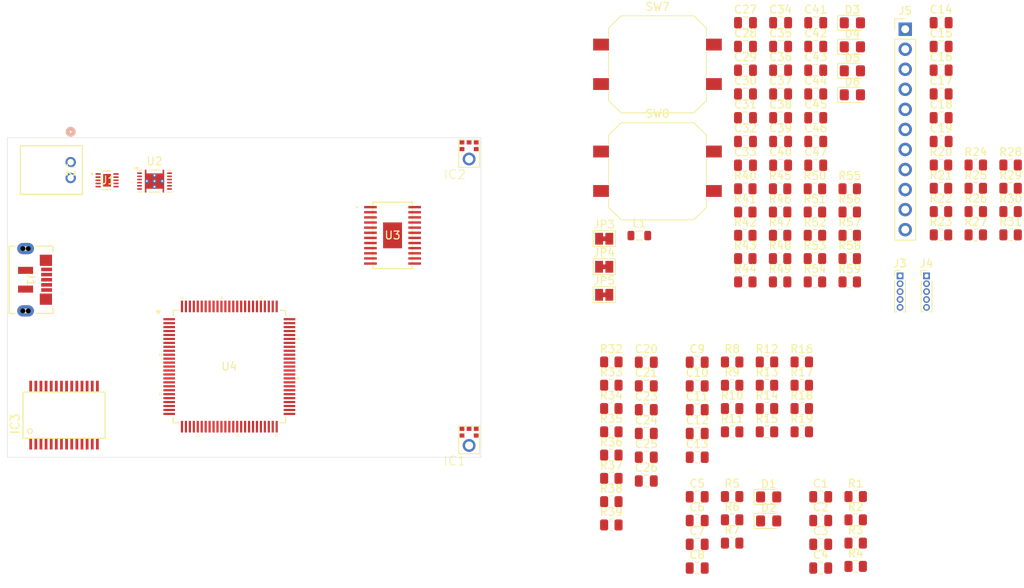
<source format=kicad_pcb>
(kicad_pcb (version 20240108) (generator "pcbnew") (generator_version "8.0")
  (layers (0 "F.Cu" signal) (1 "In1.Cu" signal) (2 "In2.Cu" signal) (31 "B.Cu" signal) (34 "B.Paste" user) (35 "F.Paste" user) (36 "B.SilkS" user "B.Silkscreen") (37 "F.SilkS" user "F.Silkscreen") (38 "B.Mask" user) (39 "F.Mask" user) (44 "Edge.Cuts" user))
  (net 0 "")
  (net 1 "GND")
  (net 2 "Button1")
  (net 3 "Button2")
  (net 4 "Button3")
  (net 5 "Button4")
  (net 6 "Button5")
  (net 7 "Button6")
  (net 8 "3V3")
  (net 9 "VREF+")
  (net 10 "Net-(U4C-VDDA)")
  (net 11 "Net-(U4C-VBAT)")
  (net 12 "Net-(U4C-VCAP_1)")
  (net 13 "Net-(U4C-VCAP_2)")
  (net 14 "Net-(C42-Pad2)")
  (net 15 "Net-(C42-Pad1)")
  (net 16 "Net-(C43-Pad1)")
  (net 17 "Net-(C44-Pad1)")
  (net 18 "Net-(C45-Pad1)")
  (net 19 "Net-(C46-Pad1)")
  (net 20 "NRST")
  (net 21 "Net-(D3-A)")
  (net 22 "Net-(D4-A)")
  (net 23 "Net-(D5-A)")
  (net 24 "Net-(D6-A)")
  (net 27 "Net-(J3-Pin_3)")
  (net 28 "Net-(J3-Pin_5)")
  (net 29 "Net-(J3-Pin_4)")
  (net 30 "Net-(J4-Pin_4)")
  (net 32 "Net-(J4-Pin_3)")
  (net 33 "Net-(J4-Pin_5)")
  (net 35 "DC")
  (net 36 "SCK")
  (net 37 "MOSI")
  (net 38 "5V")
  (net 39 "CS")
  (net 40 "MISO")
  (net 41 "RST")
  (net 45 "Net-(JP3-A)")
  (net 46 "Net-(JP4-B)")
  (net 47 "Net-(JP5-B)")
  (net 48 "PA0")
  (net 49 "Net-(R20-Pad2)")
  (net 50 "Net-(R21-Pad2)")
  (net 51 "Net-(R22-Pad2)")
  (net 52 "Net-(R23-Pad2)")
  (net 53 "Net-(R24-Pad2)")
  (net 54 "Net-(R25-Pad2)")
  (net 55 "Net-(U4A-PB2{slash}BOOT1)")
  (net 56 "VDD")
  (net 57 "Net-(U4B-BOOT0)")
  (net 58 "Net-(R48-Pad2)")
  (net 59 "PC14-OSC32IN")
  (net 60 "PC15-OSC32OUT")
  (net 61 "PH0-OSCIN")
  (net 62 "PH1-OSCOUT")
  (net 63 "PD15")
  (net 64 "PD14")
  (net 65 "PD13")
  (net 66 "PD12")
  (net 67 "Net-(U2-BIN)")
  (net 69 "BATT_POS")
  (net 71 "Net-(U2-V_{DD})")
  (net 72 "SDA")
  (net 73 "Net-(U2-GPOUT)")
  (net 74 "VSYS")
  (net 76 "SCL")
  (net 77 "VBUS")
  (net 78 "/USB to UART/DTR")
  (net 79 "VMOT")
  (net 80 "Net-(U3-VCP)")
  (net 81 "VINT")
  (net 82 "Net-(C26-Pad1)")
  (net 83 "Net-(IC1-SELECT)")
  (net 84 "Net-(IC2-SELECT)")
  (net 85 "Net-(IC1-DATA)")
  (net 86 "/Mic/DATA")
  (net 87 "Net-(IC2-DATA)")
  (net 88 "D+")
  (net 89 "Net-(IC3-USBDP)")
  (net 90 "Net-(IC3-USBDM)")
  (net 91 "D-")
  (net 92 "Net-(D1-PadA)")
  (net 93 "Net-(U1-ILIM{slash}VSET)")
  (net 94 "Net-(JP1-B)")
  (net 95 "/Motor/FLT")
  (net 96 "Net-(U3-FAULT)")
  (net 97 "Net-(U3-BDECAY)")
  (net 98 "Net-(U3-ADECAY)")
  (net 99 "/Motor/SLP")
  (net 100 "Net-(U3-BAISEN)")
  (net 101 "Net-(U3-AISEN)")
  (net 102 "/Mic/BCLK")
  (net 103 "/Mic/WS")
  (net 107 "Net-(U3-AOUT1)")
  (net 108 "/Motor/M1")
  (net 109 "Net-(U3-VREF0)")
  (net 110 "/Motor/DIR")
  (net 111 "Net-(M1--)")
  (net 112 "Net-(JP2-A)")
  (net 113 "Net-(U3-AOUT2)")
  (net 114 "/Motor/EN")
  (net 115 "Net-(U3-BOUT1)")
  (net 116 "/Motor/M0")
  (net 117 "/Motor/STEP")
  (net 181 "Net-(IC3-~{TXLED})")
  (net 182 "/USB to UART/RXI")
  (net 183 "/USB to UART/TXO")
  (net 186 "Net-(IC3-~{RXLED})")
  (footprint "Resistor_SMD:R_0805_2012Metric" (layer "F.Cu") (at 188.4975 107.375)
    (property "Reference" "R42" (at 0 -1.65 0) (layer "F.SilkS"))
    (property "Value" "47")
    (pad "1" smd roundrect (at -0.9125 0) (size 1.025 1.4) (layers "F.Cu" "F.Paste" "F.Mask") (roundrect_rratio 0.243902) (net 9 "VREF+"))
    (pad "2" smd roundrect (at 0.9125 0) (size 1.025 1.4) (layers "F.Cu" "F.Paste" "F.Mask") (roundrect_rratio 0.243902) (net 10 "Net-(U4C-VDDA)"))
  )
  (footprint "Resistor_SMD:R_0805_2012Metric" (layer "F.Cu") (at 171.52 129.32)
    (property "Reference" "R34" (at 0 -1.65 0) (layer "F.SilkS"))
    (property "Value" "47k")
    (pad "1" smd roundrect (at -0.9125 0) (size 1.025 1.4) (layers "F.Cu" "F.Paste" "F.Mask") (roundrect_rratio 0.243902) (net 97 "Net-(U3-BDECAY)"))
    (pad "2" smd roundrect (at 0.9125 0) (size 1.025 1.4) (layers "F.Cu" "F.Paste" "F.Mask") (roundrect_rratio 0.243902) (net 1 "GND"))
  )
  (footprint "Capacitor_SMD:C_0805_2012Metric" (layer "F.Cu") (at 198.05 143.51)
    (property "Reference" "C2" (at 0 -1.68 0) (layer "F.SilkS"))
    (property "Value" "1uF")
    (pad "1" smd roundrect (at -0.95 0) (size 1 1.45) (layers "F.Cu" "F.Paste" "F.Mask") (net 8 "3V3"))
    (pad "2" smd roundrect (at 0.95 0) (size 1 1.45) (layers "F.Cu" "F.Paste" "F.Mask") (net 1 "GND"))
  )
  (footprint "Capacitor_SMD:C_0805_2012Metric" (layer "F.Cu") (at 213.3075 89.465)
    (property "Reference" "C17" (at 0 -1.68 0) (layer "F.SilkS"))
    (property "Value" ".1uF")
    (pad "1" smd roundrect (at -0.95 0) (size 1 1.45) (layers "F.Cu" "F.Paste" "F.Mask") (net 5 "Button4"))
    (pad "2" smd roundrect (at 0.95 0) (size 1 1.45) (layers "F.Cu" "F.Paste" "F.Mask") (net 1 "GND"))
  )
  (footprint "Resistor_SMD:R_0805_2012Metric" (layer "F.Cu") (at 171.52 132.27)
    (property "Reference" "R35" (at 0 -1.65 0) (layer "F.SilkS"))
    (property "Value" "47k")
    (pad "1" smd roundrect (at -0.9125 0) (size 1.025 1.4) (layers "F.Cu" "F.Paste" "F.Mask") (roundrect_rratio 0.243902) (net 98 "Net-(U3-ADECAY)"))
    (pad "2" smd roundrect (at 0.9125 0) (size 1.025 1.4) (layers "F.Cu" "F.Paste" "F.Mask") (roundrect_rratio 0.243902) (net 1 "GND"))
  )
  (footprint "Resistor_SMD:R_0805_2012Metric" (layer "F.Cu") (at 197.3175 101.475)
    (property "Reference" "R50" (at 0 -1.65 0) (layer "F.SilkS"))
    (property "Value" "0")
    (pad "1" smd roundrect (at -0.9125 0) (size 1.025 1.4) (layers "F.Cu" "F.Paste" "F.Mask") (roundrect_rratio 0.243902) (net 59 "PC14-OSC32IN"))
    (pad "2" smd roundrect (at 0.9125 0) (size 1.025 1.4) (layers "F.Cu" "F.Paste" "F.Mask") (roundrect_rratio 0.243902) (net 18 "Net-(C45-Pad1)"))
  )
  (footprint "Resistor_SMD:R_0805_2012Metric" (layer "F.Cu") (at 171.52 126.37)
    (property "Reference" "R33" (at 0 -1.65 0) (layer "F.SilkS"))
    (property "Value" "1.5k")
    (pad "1" smd roundrect (at -0.9125 0) (size 1.025 1.4) (layers "F.Cu" "F.Paste" "F.Mask") (roundrect_rratio 0.243902) (net 96 "Net-(U3-FAULT)"))
    (pad "2" smd roundrect (at 0.9125 0) (size 1.025 1.4) (layers "F.Cu" "F.Paste" "F.Mask") (roundrect_rratio 0.243902) (net 95 "/Motor/FLT"))
  )
  (footprint "Capacitor_SMD:C_0805_2012Metric" (layer "F.Cu") (at 175.95 132.48)
    (property "Reference" "C24" (at 0 -1.68 0) (layer "F.SilkS"))
    (property "Value" "0.1uF")
    (pad "1" smd roundrect (at -0.95 0) (size 1 1.45) (layers "F.Cu" "F.Paste" "F.Mask") (net 79 "VMOT"))
    (pad "2" smd roundrect (at 0.95 0) (size 1 1.45) (layers "F.Cu" "F.Paste" "F.Mask") (net 1 "GND"))
  )
  (footprint "Capacitor_SMD:C_0805_2012Metric" (layer "F.Cu") (at 182.4 126.46)
    (property "Reference" "C10" (at 0 -1.68 0) (layer "F.SilkS"))
    (property "Value" "10uF")
    (pad "1" smd roundrect (at -0.95 0) (size 1 1.45) (layers "F.Cu" "F.Paste" "F.Mask") (net 74 "VSYS"))
    (pad "2" smd roundrect (at 0.95 0) (size 1 1.45) (layers "F.Cu" "F.Paste" "F.Mask") (net 1 "GND"))
  )
  (footprint "Resistor_SMD:R_0805_2012Metric" (layer "F.Cu") (at 222.1075 98.465)
    (property "Reference" "R28" (at 0 -1.65 0) (layer "F.SilkS"))
    (property "Value" "1k")
    (pad "1" smd roundrect (at -0.9125 0) (size 1.025 1.4) (layers "F.Cu" "F.Paste" "F.Mask") (roundrect_rratio 0.243902) (net 51 "Net-(R22-Pad2)"))
    (pad "2" smd roundrect (at 0.9125 0) (size 1.025 1.4) (layers "F.Cu" "F.Paste" "F.Mask") (roundrect_rratio 0.243902) (net 4 "Button3"))
  )
  (footprint "Inductor_SMD:L_0805_2012Metric" (layer "F.Cu") (at 175.0675 107.405)
    (property "Reference" "L1" (at 0 -1.55 0) (layer "F.SilkS"))
    (property "Value" "L")
    (pad "1" smd roundrect (at -1.0625 0) (size 0.875 1.2) (layers "F.Cu" "F.Paste" "F.Mask") (net 8 "3V3"))
    (pad "2" smd roundrect (at 1.0625 0) (size 0.875 1.2) (layers "F.Cu" "F.Paste" "F.Mask") (net 10 "Net-(U4C-VDDA)"))
  )
  (footprint "Resistor_SMD:R_0805_2012Metric" (layer "F.Cu") (at 195.65 123.42)
    (property "Reference" "R16" (at 0 -1.65 0) (layer "F.SilkS"))
    (property "Value" "100")
    (pad "1" smd roundrect (at -0.9125 0) (size 1.025 1.4) (layers "F.Cu" "F.Paste" "F.Mask") (roundrect_rratio 0.243902) (net 74 "VSYS"))
    (pad "2" smd roundrect (at 0.9125 0) (size 1.025 1.4) (layers "F.Cu" "F.Paste" "F.Mask") (roundrect_rratio 0.243902) (net 32 "Net-(J4-Pin_3)"))
  )
  (footprint "Resistor_SMD:R_0805_2012Metric" (layer "F.Cu") (at 195.65 132.27)
    (property "Reference" "R19" (at 0 -1.65 0) (layer "F.SilkS"))
    (property "Value" "100")
    (pad "1" smd roundrect (at -0.9125 0) (size 1.025 1.4) (layers "F.Cu" "F.Paste" "F.Mask") (roundrect_rratio 0.243902) (net 74 "VSYS"))
    (pad "2" smd roundrect (at 0.9125 0) (size 1.025 1.4) (layers "F.Cu" "F.Paste" "F.Mask") (roundrect_rratio 0.243902) (net 27 "Net-(J3-Pin_3)"))
  )
  (footprint "Resistor_SMD:R_0805_2012Metric" (layer "F.Cu") (at 192.9075 113.275)
    (property "Reference" "R49" (at 0 -1.65 0) (layer "F.SilkS"))
    (property "Value" "0")
    (pad "1" smd roundrect (at -0.9125 0) (size 1.025 1.4) (layers "F.Cu" "F.Paste" "F.Mask") (roundrect_rratio 0.243902) (net 1 "GND"))
    (pad "2" smd roundrect (at 0.9125 0) (size 1.025 1.4) (layers "F.Cu" "F.Paste" "F.Mask") (roundrect_rratio 0.243902) (net 58 "Net-(R48-Pad2)"))
  )
  (footprint "Resistor_SMD:R_0805_2012Metric" (layer "F.Cu") (at 197.3175 104.425)
    (property "Reference" "R51" (at 0 -1.65 0) (layer "F.SilkS"))
    (property "Value" "0")
    (pad "1" smd roundrect (at -0.9125 0) (size 1.025 1.4) (layers "F.Cu" "F.Paste" "F.Mask") (roundrect_rratio 0.243902) (net 60 "PC15-OSC32OUT"))
    (pad "2" smd roundrect (at 0.9125 0) (size 1.025 1.4) (layers "F.Cu" "F.Paste" "F.Mask") (roundrect_rratio 0.243902) (net 19 "Net-(C46-Pad1)"))
  )
  (footprint "Capacitor_SMD:C_0805_2012Metric" (layer "F.Cu") (at 182.4 149.53)
    (property "Reference" "C8" (at 0 -1.68 0) (layer "F.SilkS"))
    (property "Value" "1uF")
    (pad "1" smd roundrect (at -0.95 0) (size 1 1.45) (layers "F.Cu" "F.Paste" "F.Mask") (net 78 "/USB to UART/DTR"))
    (pad "2" smd roundrect (at 0.95 0) (size 1 1.45) (layers "F.Cu" "F.Paste" "F.Mask") (net 1 "GND"))
  )
  (footprint "Jumper:SolderJumper-2_P1.3mm_Bridged_Pad1.0x1.5mm" (layer "F.Cu") (at 170.6175 107.805)
    (property "Reference" "JP3" (at 0 -1.8 0) (layer "F.SilkS"))
    (property "Value" "SB")
    (fp_poly (pts (xy -0.25 -0.3) (xy 0.25 -0.3) (xy 0.25 0.3) (xy -0.25 0.3)) (fill solid) (layer "F.Cu"))
    (pad "1" smd rect (at -0.65 0) (size 1 1.5) (layers "F.Cu" "F.Mask") (net 45 "Net-(JP3-A)"))
    (pad "2" smd rect (at 0.65 0) (size 1 1.5) (layers "F.Cu" "F.Mask") (net 1 "GND"))
  )
  (footprint "Connector_PinHeader_1.00mm:PinHeader_1x05_P1.00mm_Vertical" (layer "F.Cu") (at 208.1075 112.505)
    (property "Reference" "J3" (at 0 -1.56 0) (layer "F.SilkS"))
    (property "Value" "Conn_01x05_Pin")
    (pad "1" thru_hole rect (at 0 0) (size 0.85 0.85) (drill 0.5) (layers "*.Cu" "*.Mask"))
    (pad "2" thru_hole oval (at 0 1) (size 0.85 0.85) (drill 0.5) (layers "*.Cu" "*.Mask"))
    (pad "3" thru_hole oval (at 0 2) (size 0.85 0.85) (drill 0.5) (layers "*.Cu" "*.Mask") (net 27 "Net-(J3-Pin_3)"))
    (pad "4" thru_hole oval (at 0 3) (size 0.85 0.85) (drill 0.5) (layers "*.Cu" "*.Mask") (net 29 "Net-(J3-Pin_4)"))
    (pad "5" thru_hole oval (at 0 4) (size 0.85 0.85) (drill 0.5) (layers "*.Cu" "*.Mask") (net 28 "Net-(J3-Pin_5)"))
  )
  (footprint "Capacitor_SMD:C_0805_2012Metric" (layer "F.Cu") (at 197.4175 95.485)
    (property "Reference" "C46" (at 0 -1.68 0) (layer "F.SilkS"))
    (property "Value" "6.8pF")
    (pad "1" smd roundrect (at -0.95 0) (size 1 1.45) (layers "F.Cu" "F.Paste" "F.Mask") (net 19 "Net-(C46-Pad1)"))
    (pad "2" smd roundrect (at 0.95 0) (size 1 1.45) (layers "F.Cu" "F.Paste" "F.Mask") (net 1 "GND"))
  )
  (footprint "Capacitor_SMD:C_0805_2012Metric" (layer "F.Cu") (at 213.3075 92.475)
    (property "Reference" "C18" (at 0 -1.68 0) (layer "F.SilkS"))
    (property "Value" ".1uF")
    (pad "1" smd roundrect (at -0.95 0) (size 1 1.45) (layers "F.Cu" "F.Paste" "F.Mask") (net 6 "Button5"))
    (pad "2" smd roundrect (at 0.95 0) (size 1 1.45) (layers "F.Cu" "F.Paste" "F.Mask") (net 1 "GND"))
  )
  (footprint "Resistor_SMD:R_0805_2012Metric" (layer "F.Cu") (at 217.6975 104.365)
    (property "Reference" "R26" (at 0 -1.65 0) (layer "F.SilkS"))
    (property "Value" "1k")
    (pad "1" smd roundrect (at -0.9125 0) (size 1.025 1.4) (layers "F.Cu" "F.Paste" "F.Mask") (roundrect_rratio 0.243902) (net 49 "Net-(R20-Pad2)"))
    (pad "2" smd roundrect (at 0.9125 0) (size 1.025 1.4) (layers "F.Cu" "F.Paste" "F.Mask") (roundrect_rratio 0.243902) (net 2 "Button1"))
  )
  (footprint "Capacitor_SMD:C_0805_2012Metric" (layer "F.Cu") (at 188.5175 83.445)
    (property "Reference" "C28" (at 0 -1.68 0) (layer "F.SilkS"))
    (property "Value" "100nF")
    (pad "1" smd roundrect (at -0.95 0) (size 1 1.45) (layers "F.Cu" "F.Paste" "F.Mask") (net 1 "GND"))
    (pad "2" smd roundrect (at 0.95 0) (size 1 1.45) (layers "F.Cu" "F.Paste" "F.Mask") (net 8 "3V3"))
  )
  (footprint "Parts_Library:SPH0645LM4H" (layer "F.Cu") (at 153.5 133.29)
    (property "Reference" "IC1" (at -3.3 3.35 0) (layer "F.SilkS") (effects (font (size 1.1684 1.1684) (thickness 0.1016)) (justify left bottom)))
    (property "Value" "MIC_I2S_SPH0645")
    (pad "1" smd rect (at -0.9 -1.4) (size 0.6 0.525) (layers "F.Cu" "F.Paste" "F.Mask") (net 103 "/Mic/WS"))
    (pad "2" smd rect (at -0.9 -0.55) (size 0.6 0.525) (layers "F.Cu" "F.Paste" "F.Mask") (net 83 "Net-(IC1-SELECT)"))
    (pad "3" thru_hole circle (at 0 0.71) (size 1.625 1.625) (drill 1.025) (layers "*.Cu" "*.Mask") (net 1 "GND"))
    (pad "4" smd rect (at 0.9 -0.55) (size 0.6 0.525) (layers "F.Cu" "F.Paste" "F.Mask") (net 102 "/Mic/BCLK"))
    (pad "5" smd rect (at 0.9 -1.4) (size 0.6 0.525) (layers "F.Cu" "F.Paste" "F.Mask") (net 8 "3V3"))
    (pad "6" smd rect (at 0 -1.4) (size 0.6 0.525) (layers "F.Cu" "F.Paste" "F.Mask") (net 85 "Net-(IC1-DATA)"))
  )
  (footprint "Resistor_SMD:R_0805_2012Metric" (layer "F.Cu") (at 188.4975 110.325)
    (property "Reference" "R43" (at 0 -1.65 0) (layer "F.SilkS"))
    (property "Value" "0")
    (pad "1" smd roundrect (at -0.9125 0) (size 1.025 1.4) (layers "F.Cu" "F.Paste" "F.Mask") (roundrect_rratio 0.243902) (net 11 "Net-(U4C-VBAT)"))
    (pad "2" smd roundrect (at 0.9125 0) (size 1.025 1.4) (layers "F.Cu" "F.Paste" "F.Mask") (roundrect_rratio 0.243902) (net 8 "3V3"))
  )
  (footprint "Resistor_SMD:R_0805_2012Metric" (layer "F.Cu") (at 192.9075 110.325)
    (property "Reference" "R48" (at 0 -1.65 0) (layer "F.SilkS"))
    (property "Value" "0")
    (pad "1" smd roundrect (at -0.9125 0) (size 1.025 1.4) (layers "F.Cu" "F.Paste" "F.Mask") (roundrect_rratio 0.243902) (net 8 "3V3"))
    (pad "2" smd roundrect (at 0.9125 0) (size 1.025 1.4) (layers "F.Cu" "F.Paste" "F.Mask") (roundrect_rratio 0.243902) (net 58 "Net-(R48-Pad2)"))
  )
  (footprint "Resistor_SMD:R_0805_2012Metric" (layer "F.Cu") (at 202.48 143.42)
    (property "Reference" "R2" (at 0 -1.65 0) (layer "F.SilkS"))
    (property "Value" "10k")
    (pad "1" smd roundrect (at -0.9125 0) (size 1.025 1.4) (layers "F.Cu" "F.Paste" "F.Mask") (roundrect_rratio 0.243902) (net 8 "3V3"))
    (pad "2" smd roundrect (at 0.9125 0) (size 1.025 1.4) (layers "F.Cu" "F.Paste" "F.Mask") (roundrect_rratio 0.243902) (net 84 "Net-(IC2-SELECT)"))
  )
  (footprint "Capacitor_SMD:C_0805_2012Metric" (layer "F.Cu") (at 175.95 129.47)
    (property "Reference" "C23" (at 0 -1.68 0) (layer "F.SilkS"))
    (property "Value" "10uF")
    (pad "1" smd roundrect (at -0.95 0) (size 1 1.45) (layers "F.Cu" "F.Paste" "F.Mask") (net 79 "VMOT"))
    (pad "2" smd roundrect (at 0.95 0) (size 1 1.45) (layers "F.Cu" "F.Paste" "F.Mask") (net 1 "GND"))
  )
  (footprint "Capacitor_SMD:C_0805_2012Metric" (layer "F.Cu") (at 182.4 146.52)
    (property "Reference" "C7" (at 0 -1.68 0) (layer "F.SilkS"))
    (property "Value" "0.1uF")
    (pad "1" smd roundrect (at -0.95 0) (size 1 1.45) (layers "F.Cu" "F.Paste" "F.Mask") (net 8 "3V3"))
    (pad "2" smd roundrect (at 0.95 0) (size 1 1.45) (layers "F.Cu" "F.Paste" "F.Mask") (net 1 "GND"))
  )
  (footprint "Package_SON:Texas_S-PDSO-N12" (layer "F.Cu") (at 113.64 100.5)
    (property "Reference" "U2" (at -0.000701 -2.517393 0) (layer "F.SilkS"))
    (property "Value" "BQ27441-G1")
    (pad "1" smd roundrect (at -1.9 -1) (size 0.6 0.2) (layers "F.Cu" "F.Paste" "F.Mask") (chamfer_ratio 0.2) (chamfer) (net 72 "SDA"))
    (pad "2" smd roundrect (at -1.9 -0.6) (size 0.6 0.2) (layers "F.Cu" "F.Paste" "F.Mask") (chamfer_ratio 0.2) (chamfer) (net 76 "SCL"))
    (pad "3" smd roundrect (at -1.9 -0.2) (size 0.6 0.2) (layers "F.Cu" "F.Paste" "F.Mask") (chamfer_ratio 0.2) (chamfer) (net 1 "GND"))
    (pad "4" smd roundrect (at -1.9 0.2) (size 0.6 0.2) (layers "F.Cu" "F.Paste" "F.Mask") (chamfer_ratio 0.2) (chamfer))
    (pad "5" smd roundrect (at -1.9 0.6) (size 0.6 0.2) (layers "F.Cu" "F.Paste" "F.Mask") (chamfer_ratio 0.2) (chamfer) (net 71 "Net-(U2-V_{DD})"))
    (pad "6" smd roundrect (at -1.9 1) (size 0.6 0.2) (layers "F.Cu" "F.Paste" "F.Mask") (chamfer_ratio 0.2) (chamfer) (net 69 "BATT_POS"))
    (pad "7" smd roundrect (at 1.9 1) (size 0.6 0.2) (layers "F.Cu" "F.Paste" "F.Mask") (chamfer_ratio 0.2) (chamfer) (net 74 "VSYS"))
    (pad "8" smd roundrect (at 1.9 0.6) (size 0.6 0.2) (layers "F.Cu" "F.Paste" "F.Mask") (chamfer_ratio 0.2) (chamfer) (net 69 "BATT_POS"))
    (pad "9" smd roundrect (at 1.9 0.2) (size 0.6 0.2) (layers "F.Cu" "F.Paste" "F.Mask") (chamfer_ratio 0.2) (chamfer))
    (pad "10" smd roundrect (at 1.9 -0.2) (size 0.6 0.2) (layers "F.Cu" "F.Paste" "F.Mask") (chamfer_ratio 0.2) (chamfer) (net 67 "Net-(U2-BIN)"))
    (pad "11" smd roundrect (at 1.9 -0.6) (size 0.6 0.2) (layers "F.Cu" "F.Paste" "F.Mask") (chamfer_ratio 0.2) (chamfer))
    (pad "12" smd roundrect (at 1.9 -1) (size 0.6 0.2) (layers "F.Cu" "F.Paste" "F.Mask") (chamfer_ratio 0.2) (chamfer) (net 73 "Net-(U2-GPOUT)"))
    (pad "13" smd roundrect (at -1.125 -1.1875 270) (size 0.525 0.2) (layers "F.Cu" "F.Mask") (net 1 "GND"))
    (pad "13" smd roundrect (at -1.125 1.1875 270) (size 0.525 0.2) (layers "F.Cu" "F.Mask") (net 1 "GND"))
    (pad "13" thru_hole circle (at -0.975 0) (size 0.5 0.5) (drill 0.2) (property pad_prop_heatsink) (layers "*.Cu") (net 1 "GND"))
    (pad "13" thru_hole circle (at 0 -0.725) (size 0.5 0.5) (drill 0.2) (property pad_prop_heatsink) (layers "*.Cu") (net 1 "GND"))
    (pad "13" thru_hole circle (at 0 0) (size 0.5 0.5) (drill 0.2) (property pad_prop_heatsink) (layers "*.Cu") (net 1 "GND"))
    (pad "13" smd rect (at 0 0 270) (size 1.95 2.45) (layers "F.Cu" "F.Mask") (net 1 "GND"))
    (pad "13" thru_hole circle (at 0 0.725) (size 0.5 0.5) (drill 0.2) (property pad_prop_heatsink) (layers "*.Cu") (net 1 "GND"))
    (pad "13" thru_hole circle (at 0.975 0) (size 0.5 0.5) (drill 0.2) (property pad_prop_heatsink) (layers "*.Cu") (net 1 "GND"))
    (pad "13" smd roundrect (at 1.125 -1.1875 270) (size 0.525 0.2) (layers "F.Cu" "F.Mask") (net 1 "GND"))
    (pad "13" smd roundrect (at 1.125 1.1875 270) (size 0.525 0.2) (layers "F.Cu" "F.Mask") (net 1 "GND"))
  )
  (footprint "Resistor_SMD:R_0805_2012Metric" (layer "F.Cu") (at 192.9075 101.475)
    (property "Reference" "R45" (at 0 -1.65 0) (layer "F.SilkS"))
    (property "Value" "510")
    (pad "1" smd roundrect (at -0.9125 0) (size 1.025 1.4) (layers "F.Cu" "F.Paste" "F.Mask") (roundrect_rratio 0.243902) (net 46 "Net-(JP4-B)"))
    (pad "2" smd roundrect (at 0.9125 0) (size 1.025 1.4) (layers "F.Cu" "F.Paste" "F.Mask") (roundrect_rratio 0.243902) (net 57 "Net-(U4B-BOOT0)"))
  )
  (footprint "LED_SMD:LED_0805_2012Metric_Pad1.15x1.40mm_HandSolder" (layer "F.Cu") (at 202.0625 80.45)
    (property "Reference" "D3" (at 0 -1.65 0) (layer "F.SilkS"))
    (property "Value" "Green")
    (pad "1" smd roundrect (at -1.025 0) (size 1.15 1.4) (layers "F.Cu" "F.Paste" "F.Mask") (roundrect_rratio 0.217391) (net 1 "GND"))
    (pad "2" smd roundrect (at 1.025 0) (size 1.15 1.4) (layers "F.Cu" "F.Paste" "F.Mask") (roundrect_rratio 0.217391) (net 21 "Net-(D3-A)"))
  )
  (footprint "Parts_Library:CONN_S2B-PH-K-S_JST" (layer "F.Cu") (at 103.0174 98.1049 -90)
    (property "Reference" "J2" (at 1 0 -90) (layer "F.SilkS"))
    (property "Value" "S2B-PH-K-SLFSN")
    (pad "1" thru_hole circle (at 0 0 270) (size 1.3208 1.3208) (drill 0.8128) (layers "*.Cu" "*.Mask") (net 1 "GND"))
    (pad "2" thru_hole circle (at 2.000001 0 270) (size 1.3208 1.3208) (drill 0.8128) (layers "*.Cu" "*.Mask") (net 69 "BATT_POS"))
  )
  (footprint "Capacitor_SMD:C_0805_2012Metric" (layer "F.Cu") (at 198.05 140.5)
    (property "Reference" "C1" (at 0 -1.68 0) (layer "F.SilkS"))
    (property "Value" "1uF")
    (pad "1" smd roundrect (at -0.95 0) (size 1 1.45) (layers "F.Cu" "F.Paste" "F.Mask") (net 8 "3V3"))
    (pad "2" smd roundrect (at 0.95 0) (size 1 1.45) (layers "F.Cu" "F.Paste" "F.Mask") (net 1 "GND"))
  )
  (footprint "Resistor_SMD:R_0805_2012Metric" (layer "F.Cu") (at 186.83 123.42)
    (property "Reference" "R8" (at 0 -1.65 0) (layer "F.SilkS"))
    (property "Value" "5.1k")
    (pad "1" smd roundrect (at -0.9125 0) (size 1.025 1.4) (layers "F.Cu" "F.Paste" "F.Mask") (roundrect_rratio 0.243902) (net 8 "3V3"))
    (pad "2" smd roundrect (at 0.9125 0) (size 1.025 1.4) (layers "F.Cu" "F.Paste" "F.Mask") (roundrect_rratio 0.243902) (net 76 "SCL"))
  )
  (footprint "Resistor_SMD:R_0805_2012Metric" (layer "F.Cu") (at 197.3175 107.375)
    (property "Reference" "R52" (at 0 -1.65 0) (layer "F.SilkS"))
    (property "Value" "0")
    (pad "1" smd roundrect (at -0.9125 0) (size 1.025 1.4) (layers "F.Cu" "F.Paste" "F.Mask") (roundrect_rratio 0.243902) (net 61 "PH0-OSCIN"))
    (pad "2" smd roundrect (at 0.9125 0) (size 1.025 1.4) (layers "F.Cu" "F.Paste" "F.Mask") (roundrect_rratio 0.243902) (net 16 "Net-(C43-Pad1)"))
  )
  (footprint "Capacitor_SMD:C_0805_2012Metric" (layer "F.Cu") (at 182.4 132.48)
    (property "Reference" "C12" (at 0 -1.68 0) (layer "F.SilkS"))
    (property "Value" "0.47uF")
    (pad "1" smd roundrect (at -0.95 0) (size 1 1.45) (layers "F.Cu" "F.Paste" "F.Mask") (net 71 "Net-(U2-V_{DD})"))
    (pad "2" smd roundrect (at 0.95 0) (size 1 1.45) (layers "F.Cu" "F.Paste" "F.Mask") (net 1 "GND"))
  )
  (footprint "Resistor_SMD:R_0805_2012Metric" (layer "F.Cu") (at 201.7275 110.325)
    (property "Reference" "R58" (at 0 -1.65 0) (layer "F.SilkS"))
    (property "Value" "680")
    (pad "1" smd roundrect (at -0.9125 0) (size 1.025 1.4) (layers "F.Cu" "F.Paste" "F.Mask") (roundrect_rratio 0.243902) (net 23 "Net-(D5-A)"))
    (pad "2" smd roundrect (at 0.9125 0) (size 1.025 1.4) (layers "F.Cu" "F.Paste" "F.Mask") (roundrect_rratio 0.243902) (net 65 "PD13"))
  )
  (footprint "Resistor_SMD:R_0805_2012Metric" (layer "F.Cu") (at 202.48 149.32)
    (property "Reference" "R4" (at 0 -1.65 0) (layer "F.SilkS"))
    (property "Value" "68")
    (pad "1" smd roundrect (at -0.9125 0) (size 1.025 1.4) (layers "F.Cu" "F.Paste" "F.Mask") (roundrect_rratio 0.243902) (net 87 "Net-(IC2-DATA)"))
    (pad "2" smd roundrect (at 0.9125 0) (size 1.025 1.4) (layers "F.Cu" "F.Paste" "F.Mask") (roundrect_rratio 0.243902) (net 86 "/Mic/DATA"))
  )
  (footprint "Resistor_SMD:R_0805_2012Metric" (layer "F.Cu") (at 222.1075 104.365)
    (property "Reference" "R30" (at 0 -1.65 0) (layer "F.SilkS"))
    (property "Value" "1k")
    (pad "1" smd roundrect (at -0.9125 0) (size 1.025 1.4) (layers "F.Cu" "F.Paste" "F.Mask") (roundrect_rratio 0.243902) (net 53 "Net-(R24-Pad2)"))
    (pad "2" smd roundrect (at 0.9125 0) (size 1.025 1.4) (layers "F.Cu" "F.Paste" "F.Mask") (roundrect_rratio 0.243902) (net 6 "Button5"))
  )
  (footprint "Capacitor_SMD:C_0805_2012Metric" (layer "F.Cu") (at 213.3075 95.485)
    (property "Reference" "C19" (at 0 -1.68 0) (layer "F.SilkS"))
    (property "Value" ".1uF")
    (pad "1" smd roundrect (at -0.95 0) (size 1 1.45) (layers "F.Cu" "F.Paste" "F.Mask") (net 7 "Button6"))
    (pad "2" smd roundrect (at 0.95 0) (size 1 1.45) (layers "F.Cu" "F.Paste" "F.Mask") (net 1 "GND"))
  )
  (footprint "Capacitor_SMD:C_0805_2012Metric" (layer "F.Cu") (at 197.4175 98.495)
    (property "Reference" "C47" (at 0 -1.68 0) (layer "F.SilkS"))
    (property "Value" ".1uF")
    (pad "1" smd roundrect (at -0.95 0) (size 1 1.45) (layers "F.Cu" "F.Paste" "F.Mask") (net 20 "NRST"))
    (pad "2" smd roundrect (at 0.95 0) (size 1 1.45) (layers "F.Cu" "F.Paste" "F.Mask") (net 1 "GND"))
  )
  (footprint "LED_SMD:LED_0805_2012Metric_Pad1.15x1.40mm_HandSolder" (layer "F.Cu") (at 191.455 143.555)
    (property "Reference" "D2" (at 0 -1.65 0) (layer "F.SilkS"))
    (property "Value" "YELLOW")
    (pad "1" smd roundrect (at -1.025 0) (size 1.15 1.4) (layers "F.Cu" "F.Paste" "F.Mask") (roundrect_rratio 0.217391))
    (pad "2" smd roundrect (at 1.025 0) (size 1.15 1.4) (layers "F.Cu" "F.Paste" "F.Mask") (roundrect_rratio 0.217391))
  )
  (footprint "Capacitor_SMD:C_0805_2012Metric" (layer "F.Cu") (at 175.95 135.49)
    (property "Reference" "C25" (at 0 -1.68 0) (layer "F.SilkS"))
    (property "Value" "0.1uF")
    (pad "1" smd roundrect (at -0.95 0) (size 1 1.45) (layers "F.Cu" "F.Paste" "F.Mask") (net 79 "VMOT"))
    (pad "2" smd roundrect (at 0.95 0) (size 1 1.45) (layers "F.Cu" "F.Paste" "F.Mask") (net 1 "GND"))
  )
  (footprint "Capacitor_SMD:C_0805_2012Metric" (layer "F.Cu") (at 182.4 135.49)
    (property "Reference" "C13" (at 0 -1.68 0) (layer "F.SilkS"))
    (property "Value" "1uF")
    (pad "1" smd roundrect (at -0.95 0) (size 1 1.45) (layers "F.Cu" "F.Paste" "F.Mask") (net 1 "GND"))
    (pad "2" smd roundrect (at 0.95 0) (size 1 1.45) (layers "F.Cu" "F.Paste" "F.Mask") (net 77 "VBUS"))
  )
  (footprint "Capacitor_SMD:C_0805_2012Metric" (layer "F.Cu") (at 188.5175 86.455)
    (property "Reference" "C29" (at 0 -1.68 0) (layer "F.SilkS"))
    (property "Value" "100nF")
    (pad "1" smd roundrect (at -0.95 0) (size 1 1.45) (layers "F.Cu" "F.Paste" "F.Mask") (net 1 "GND"))
    (pad "2" smd roundrect (at 0.95 0) (size 1 1.45) (layers "F.Cu" "F.Paste" "F.Mask") (net 8 "3V3"))
  )
  (footprint "Resistor_SMD:R_0805_2012Metric" (layer "F.Cu") (at 201.7275 113.275)
    (property "Reference" "R59" (at 0 -1.65 0) (layer "F.SilkS"))
    (property "Value" "680")
    (pad "1" smd roundrect (at -0.9125 0) (size 1.025 1.4) (layers "F.Cu" "F.Paste" "F.Mask") (roundrect_rratio 0.243902) (net 24 "Net-(D6-A)"))
    (pad "2" smd roundrect (at 0.9125 0) (size 1.025 1.4) (layers "F.Cu" "F.Paste" "F.Mask") (roundrect_rratio 0.243902) (net 66 "PD12"))
  )
  (footprint "Resistor_SMD:R_0805_2012Metric" (layer "F.Cu") (at 202.48 146.37)
    (property "Reference" "R3" (at 0 -1.65 0) (layer "F.SilkS"))
    (property "Value" "68")
    (pad "1" smd roundrect (at -0.9125 0) (size 1.025 1.4) (layers "F.Cu" "F.Paste" "F.Mask") (roundrect_rratio 0.243902) (net 85 "Net-(IC1-DATA)"))
    (pad "2" smd roundrect (at 0.9125 0) (size 1.025 1.4) (layers "F.Cu" "F.Paste" "F.Mask") (roundrect_rratio 0.243902) (net 86 "/Mic/DATA"))
  )
  (footprint "Parts_Library:SOP65P640X120-25N" (layer "F.Cu") (at 143.799999 107.375002)
    (property "Reference" "U3" (at 0 0 0) (layer "F.SilkS"))
    (property "Value" "DRV8834PWP")
    (pad "1" smd rect (at -2.799999 -3.574999) (size 1.6 0.3) (layers "F.Cu" "F.Mask") (net 107 "Net-(U3-AOUT1)"))
    (pad "2" smd rect (at -2.799999 -2.925) (size 1.6 0.3) (layers "F.Cu" "F.Mask") (net 101 "Net-(U3-AISEN)"))
    (pad "3" smd rect (at -2.799999 -2.275002) (size 1.6 0.3) (layers "F.Cu" "F.Mask") (net 113 "Net-(U3-AOUT2)"))
    (pad "4" smd rect (at -2.799999 -1.625001) (size 1.6 0.3) (layers "F.Cu" "F.Mask") (net 111 "Net-(M1--)"))
    (pad "5" smd rect (at -2.799999 -0.975002) (size 1.6 0.3) (layers "F.Cu" "F.Mask") (net 100 "Net-(U3-BAISEN)"))
    (pad "6" smd rect (at -2.799999 -0.325001) (size 1.6 0.3) (layers "F.Cu" "F.Mask") (net 115 "Net-(U3-BOUT1)"))
    (pad "7" smd rect (at -2.799999 0.324998) (size 1.6 0.3) (layers "F.Cu" "F.Mask") (net 114 "/Motor/EN"))
    (pad "8" smd rect (at -2.799999 0.974999) (size 1.6 0.3) (layers "F.Cu" "F.Mask") (net 117 "/Motor/STEP"))
    (pad "9" smd rect (at -2.799999 1.624998) (size 1.6 0.3) (layers "F.Cu" "F.Mask") (net 110 "/Motor/DIR"))
    (pad "10" smd rect (at -2.799999 2.274999) (size 1.6 0.3) (layers "F.Cu" "F.Mask") (net 116 "/Motor/M0"))
    (pad "11" smd rect (at -2.799999 2.924998) (size 1.6 0.3) (layers "F.Cu" "F.Mask") (net 108 "/Motor/M1"))
    (pad "12" smd rect (at -2.799999 3.574999) (size 1.6 0.3) (layers "F.Cu" "F.Mask") (net 94 "Net-(JP1-B)"))
    (pad "13" smd rect (at 2.799999 3.574999) (size 1.6 0.3) (layers "F.Cu" "F.Mask") (net 96 "Net-(U3-FAULT)"))
    (pad "14" smd rect (at 2.799999 2.925) (size 1.6 0.3) (layers "F.Cu" "F.Mask") (net 80 "Net-(U3-VCP)"))
    (pad "15" smd rect (at 2.799999 2.274999) (size 1.6 0.3) (layers "F.Cu" "F.Mask") (net 79 "VMOT"))
    (pad "16" smd rect (at 2.799999 1.625001) (size 1.6 0.3) (layers "F.Cu" "F.Mask") (net 79 "VMOT"))
    (pad "17" smd rect (at 2.799999 0.974999) (size 1.6 0.3) (layers "F.Cu" "F.Mask") (net 81 "VINT"))
    (pad "18" smd rect (at 2.799999 0.325001) (size 1.6 0.3) (layers "F.Cu" "F.Mask") (net 1 "GND"))
    (pad "19" smd rect (at 2.799999 -0.324998) (size 1.6 0.3) (layers "F.Cu" "F.Mask") (net 112 "Net-(JP2-A)"))
    (pad "20" smd rect (at 2.799999 -0.974999) (size 1.6 0.3) (layers "F.Cu" "F.Mask") (net 112 "Net-(JP2-A)"))
    (pad "21" smd rect (at 2.799999 -1.624998) (size 1.6 0.3) (layers "F.Cu" "F.Mask") (net 109 "Net-(U3-VREF0)"))
    (pad "22" smd rect (at 2.799999 -2.274999) (size 1.6 0.3) (layers "F.Cu" "F.Mask") (net 99 "/Motor/SLP"))
    (pad "23" smd rect (at 2.799999 -2.924998) (size 1.6 0.3) (layers "F.Cu" "F.Mask") (net 97 "Net-(U3-BDECAY)"))
    (pad "24" smd rect (at 2.799999 -3.574999) (size 1.6 0.3) (layers "F.Cu" "F.Mask") (net 98 "Net-(U3-ADECAY)"))
    (pad "25" smd rect (at 0 0) (size 2.4 3.280001) (layers "F.Cu" "F.Mask") (net 1 "GND"))
  )
  (footprint "Resistor_SMD:R_0805_2012Metric" (layer "F.Cu") (at 201.7275 101.475)
    (property "Reference" "R55" (at 0 -1.65 0) (layer "F.SilkS"))
    (property "Value" "100k")
    (pad "1" smd roundrect (at -0.9125 0) (size 1.025 1.4) (layers "F.Cu" "F.Paste" "F.Mask") (roundrect_rratio 0.243902) (net 8 "3V3"))
    (pad "2" smd roundrect (at 0.9125 0) (size 1.025 1.4) (layers "F.Cu" "F.Paste" "F.Mask") (roundrect_rratio 0.243902) (net 20 "NRST"))
  )
  (footprint "Resistor_SMD:R_0805_2012Metric" (layer "F.Cu") (at 217.6975 98.465)
    (property "Reference" "R24" (at 0 -1.65 0) (layer "F.SilkS"))
    (property "Value" "10k")
    (pad "1" smd roundrect (at -0.9125 0) (size 1.025 1.4) (layers "F.Cu" "F.Paste" "F.Mask") (roundrect_rratio 0.243902) (net 8 "3V3"))
    (pad "2" smd roundrect (at 0.9125 0) (size 1.025 1.4) (layers "F.Cu" "F.Paste" "F.Mask") (roundrect_rratio 0.243902) (net 53 "Net-(R24-Pad2)"))
  )
  (footprint "Resistor_SMD:R_0805_2012Metric" (layer "F.Cu") (at 217.6975 101.415)
    (property "Reference" "R25" (at 0 -1.65 0) (layer "F.SilkS"))
    (property "Value" "10k")
    (pad "1" smd roundrect (at -0.9125 0) (size 1.025 1.4) (layers "F.Cu" "F.Paste" "F.Mask") (roundrect_rratio 0.243902) (net 8 "3V3"))
    (pad "2" smd roundrect (at 0.9125 0) (size 1.025 1.4) (layers "F.Cu" "F.Paste" "F.Mask") (roundrect_rratio 0.243902) (net 54 "Net-(R25-Pad2)"))
  )
  (footprint "Capacitor_SMD:C_0805_2012Metric" (layer "F.Cu") (at 192.9675 95.485)
    (property "Reference" "C39" (at 0 -1.68 0) (layer "F.SilkS"))
    (property "Value" "100nF")
    (pad "1" smd roundrect (at -0.95 0) (size 1 1.45) (layers "F.Cu" "F.Paste" "F.Mask") (net 10 "Net-(U4C-VDDA)"))
    (pad "2" smd roundrect (at 0.95 0) (size 1 1.45) (layers "F.Cu" "F.Paste" "F.Mask") (net 1 "GND"))
  )
  (footprint "Capacitor_SMD:C_0805_2012Metric" (layer "F.Cu") (at 192.9675 89.465)
    (property "Reference" "C37" (at 0 -1.68 0) (layer "F.SilkS"))
    (property "Value" "1uF")
    (pad "1" smd roundrect (at -0.95 0) (size 1 1.45) (layers "F.Cu" "F.Paste" "F.Mask") (net 1 "GND"))
    (pad "2" smd roundrect (at 0.95 0) (size 1 1.45) (layers "F.Cu" "F.Paste" "F.Mask") (net 11 "Net-(U4C-VBAT)"))
  )
  (footprint "Capacitor_SMD:C_0805_2012Metric" (layer "F.Cu") (at 182.4 140.5)
    (property "Reference" "C5" (at 0 -1.68 0) (layer "F.SilkS"))
    (property "Value" "0.1uF")
    (pad "1" smd roundrect (at -0.95 0) (size 1 1.45) (layers "F.Cu" "F.Paste" "F.Mask") (net 77 "VBUS"))
    (pad "2" smd roundrect (at 0.95 0) (size 1 1.45) (layers "F.Cu" "F.Paste" "F.Mask") (net 1 "GND"))
  )
  (footprint "Parts_Library:CON00906_5_MOL" (layer "F.Cu") (at 98 113 -90)
    (property "Reference" "J1" (at 0 0 -90) (layer "F.SilkS"))
    (property "Value" "1051640001")
    (fp_line (start -3.95 1.038601) (end -3.95 0.352801) (stroke (width 0.6096)) (layer "Edge.Cuts"))
    (fp_line (start 3.95 1.038601) (end 3.95 0.352801) (stroke (width 0.6096)) (layer "Edge.Cuts"))
    (pad "" np_thru_hole circle (at -3.95 0.352801 270) (size 0.6096 0.6096) (drill 0.6096) (layers))
    (pad "" np_thru_hole circle (at -3.95 1.038601 270) (size 0.6096 0.6096) (drill 0.6096) (layers))
    (pad "" np_thru_hole circle (at 3.95 0.352801 270) (size 0.6096 0.6096) (drill 0.6096) (layers))
    (pad "" np_thru_hole circle (at 3.95 1.038601 270) (size 0.6096 0.6096) (drill 0.6096) (layers))
    (pad "1" smd rect (at 1.3 -1.9685 270) (size 0.4572 1.3716) (layers "F.Cu" "F.Paste" "F.Mask") (net 77 "VBUS"))
    (pad "2" smd rect (at 0.649999 -1.9685 270) (size 0.4572 1.3716) (layers "F.Cu" "F.Paste" "F.Mask") (net 91 "D-"))
    (pad "3" smd rect (at 0 -1.9685 270) (size 0.4572 1.3716) (layers "F.Cu" "F.Paste" "F.Mask") (net 88 "D+"))
    (pad "4" smd rect (at -0.649999 -1.9685 270) (size 0.4572 1.3716) (layers "F.Cu" "F.Paste" "F.Mask"))
    (pad "5" smd rect (at -1.3 -1.9685 270) (size 0.4572 1.3716) (layers "F.Cu" "F.Paste" "F.Mask") (net 1 "GND"))
    (pad "6" smd rect (at -2.462499 -1.8796) (size 1.5494 1.4224) (layers "F.Cu" "F.Paste" "F.Mask"))
    (pad "7" smd rect (at 2.462499 -1.8796) (size 1.5494 1.4224) (layers "F.Cu" "F.Paste" "F.Mask"))
    (pad "8" smd rect (at -1.1875 0.695701 270) (size 0.889 1.905) (layers "F.Cu" "F.Paste" "F.Mask"))
    (pad "9" smd rect (at 1.1875 0.695701 270) (size 0.889 1.905) (layers "F.Cu" "F.Paste" "F.Mask"))
    (pad "10" thru_hole oval (at -3.95 0.695701) (size 2.1082 1.4224) (drill 0.0254) (layers "*.Cu" "*.Mask"))
    (pad "11" thru_hole oval (at 3.95 0.695701) (size 2.1082 1.4224) (drill 0.0254) (layers "*.Cu" "*.Mask"))
  )
  (footprint "Resistor_SMD:R_0805_2012Metric" (layer "F.Cu") (at 213.2875 107.315)
    (property "Reference" "R23" (at 0 -1.65 0) (layer "F.SilkS"))
    (property "Value" "10k")
    (pad "1" smd roundrect (at -0.9125 0) (size 1.025 1.4) (layers "F.Cu" "F.Paste" "F.Mask") (roundrect_rratio 0.243902) (net 8 "3V3"))
    (pad "2" smd roundrect (at 0.9125 0) (size 1.025 1.4) (layers "F.Cu" "F.Paste" "F.Mask") (roundrect_rratio 0.243902) (net 52 "Net-(R23-Pad2)"))
  )
  (footprint "Resistor_SMD:R_0805_2012Metric" (layer "F.Cu") (at 171.52 123.42)
    (property "Reference" "R32" (at 0 -1.65 0) (layer "F.SilkS"))
    (property "Value" "47k")
    (pad "1" smd roundrect (at -0.9125 0) (size 1.025 1.4) (layers "F.Cu" "F.Paste" "F.Mask") (roundrect_rratio 0.243902) (net 81 "VINT"))
    (pad "2" smd roundrect (at 0.9125 0) (size 1.025 1.4) (layers "F.Cu" "F.Paste" "F.Mask") (roundrect_rratio 0.243902) (net 94 "Net-(JP1-B)"))
  )
  (footprint "Resistor_SMD:R_0805_2012Metric" (layer "F.Cu") (at 191.24 123.42)
    (property "Reference" "R12" (at 0 -1.65 0) (layer "F.SilkS"))
    (property "Value" "1.1k")
    (pad "1" smd roundrect (at -0.9125 0) (size 1.025 1.4) (layers "F.Cu" "F.Paste" "F.Mask") (roundrect_rratio 0.243902) (net 93 "Net-(U1-ILIM{slash}VSET)"))
    (pad "2" smd roundrect (at 0.9125 0) (size 1.025 1.4) (layers "F.Cu" "F.Paste" "F.Mask") (roundrect_rratio 0.243902) (net 1 "GND"))
  )
  (footprint "Capacitor_SMD:C_0805_2012Metric" (layer "F.Cu") (at 213.3075 83.445)
    (property "Reference" "C15" (at 0 -1.68 0) (layer "F.SilkS"))
    (property "Value" ".1uF")
    (pad "1" smd roundrect (at -0.95 0) (size 1 1.45) (layers "F.Cu" "F.Paste" "F.Mask") (net 3 "Button2"))
    (pad "2" smd roundrect (at 0.95 0) (size 1 1.45) (layers "F.Cu" "F.Paste" "F.Mask") (net 1 "GND"))
  )
  (footprint "Capacitor_SMD:C_0805_2012Metric" (layer "F.Cu") (at 198.05 146.52)
    (property "Reference" "C3" (at 0 -1.68 0) (layer "F.SilkS"))
    (property "Value" "220pF")
    (pad "1" smd roundrect (at -0.95 0) (size 1 1.45) (layers "F.Cu" "F.Paste" "F.Mask") (net 8 "3V3"))
    (pad "2" smd roundrect (at 0.95 0) (size 1 1.45) (layers "F.Cu" "F.Paste" "F.Mask") (net 1 "GND"))
  )
  (footprint "Resistor_SMD:R_0805_2012Metric" (layer "F.Cu") (at 197.3175 113.275)
    (property "Reference" "R54" (at 0 -1.65 0) (layer "F.SilkS"))
    (property "Value" "220k")
    (pad "1" smd roundrect (at -0.9125 0) (size 1.025 1.4) (layers "F.Cu" "F.Paste" "F.Mask") (roundrect_rratio 0.243902) (net 15 "Net-(C42-Pad1)"))
    (pad "2" smd roundrect (at 0.9125 0) (size 1.025 1.4) (layers "F.Cu" "F.Paste" "F.Mask") (roundrect_rratio 0.243902) (net 1 "GND"))
  )
  (footprint "Resistor_SMD:R_0805_2012Metric" (layer "F.Cu") (at 186.83 126.37)
    (property "Reference" "R9" (at 0 -1.65 0) (layer "F.SilkS"))
    (property "Value" "5.1k")
    (pad "1" smd roundrect (at -0.9125 0) (size 1.025 1.4) (layers "F.Cu" "F.Paste" "F.Mask") (roundrect_rratio 0.243902) (net 8 "3V3"))
    (pad "2" smd roundrect (at 0.9125 0) (size 1.025 1.4) (layers "F.Cu" "F.Paste" "F.Mask") (roundrect_rratio 0.243902) (net 72 "SDA"))
  )
  (footprint "Parts_Library:SPH0645LM4H" (layer "F.Cu") (at 153.5 97)
    (property "Reference" "IC2" (at -3.3 3.35 0) (layer "F.SilkS") (effects (font (size 1.1684 1.1684) (thickness 0.1016)) (justify left bottom)))
    (property "Value" "MIC_I2S_SPH0645")
    (pad "1" smd rect (at -0.9 -1.4) (size 0.6 0.525) (layers "F.Cu" "F.Paste" "F.Mask") (net 103 "/Mic/WS"))
    (pad "2" smd rect (at -0.9 -0.55) (size 0.6 0.525) (layers "F.Cu" "F.Paste" "F.Mask") (net 84 "Net-(IC2-SELECT)"))
    (pad "3" thru_hole circle (at 0 0.71) (size 1.625 1.625) (drill 1.025) (layers "*.Cu" "*.Mask") (net 1 "GND"))
    (pad "4" smd rect (at 0.9 -0.55) (size 0.6 0.525) (layers "F.Cu" "F.Paste" "F.Mask") (net 102 "/Mic/BCLK"))
    (pad "5" smd rect (at 0.9 -1.4) (size 0.6 0.525) (layers "F.Cu" "F.Paste" "F.Mask") (net 8 "3V3"))
    (pad "6" smd rect (at 0 -1.4) (size 0.6 0.525) (layers "F.Cu" "F.Paste" "F.Mask") (net 87 "Net-(IC2-DATA)"))
  )
  (footprint "Jumper:SolderJumper-2_P1.3mm_Bridged_Pad1.0x1.5mm" (layer "F.Cu") (at 170.6175 114.905)
    (property "Reference" "JP5" (at 0 -1.8 0) (layer "F.SilkS"))
    (property "Value" "SB")
    (fp_poly (pts (xy -0.25 -0.3) (xy 0.25 -0.3) (xy 0.25 0.3) (xy -0.25 0.3)) (fill solid) (layer "F.Cu"))
    (pad "1" smd rect (at -0.65 0) (size 1 1.5) (layers "F.Cu" "F.Mask") (net 48 "PA0"))
    (pad "2" smd rect (at 0.65 0) (size 1 1.5) (layers "F.Cu" "F.Mask") (net 47 "Net-(JP5-B)"))
  )
  (footprint "Capacitor_SMD:C_0805_2012Metric" (layer "F.Cu") (at 188.5175 92.475)
    (property "Reference" "C31" (at 0 -1.68 0) (layer "F.SilkS"))
    (property "Value" "100nF")
    (pad "1" smd roundrect (at -0.95 0) (size 1 1.45) (layers "F.Cu" "F.Paste" "F.Mask") (net 1 "GND"))
    (pad "2" smd roundrect (at 0.95 0) (size 1 1.45) (layers "F.Cu" "F.Paste" "F.Mask") (net 8 "3V3"))
  )
  (footprint "Parts_Library:LQFP100_14x14_STM" (layer "F.Cu") (at 123.12 123.999999)
    (property "Reference" "U4" (at 0 0 0) (layer "F.SilkS"))
    (property "Value" "STM32F407VGT6")
    (fp_text user "*" (at -8.9916 -6.631 0) (layer "F.SilkS"))
    (fp_text user "*" (at -8.9916 -6.631 0) (layer "F.SilkS"))
    (pad "1" smd rect (at -7.62 -6.000001 90) (size 0.2794 1.4732) (layers "F.Cu" "F.Paste" "F.Mask"))
    (pad "2" smd rect (at -7.62 -5.499999 90) (size 0.2794 1.4732) (layers "F.Cu" "F.Paste" "F.Mask"))
    (pad "3" smd rect (at -7.62 -5 90) (size 0.2794 1.4732) (layers "F.Cu" "F.Paste" "F.Mask"))
    (pad "4" smd rect (at -7.62 -4.500001 90) (size 0.2794 1.4732) (layers "F.Cu" "F.Paste" "F.Mask"))
    (pad "5" smd rect (at -7.62 -4 90) (size 0.2794 1.4732) (layers "F.Cu" "F.Paste" "F.Mask"))
    (pad "6" smd rect (at -7.62 -3.500001 90) (size 0.2794 1.4732) (layers "F.Cu" "F.Paste" "F.Mask") (net 11 "Net-(U4C-VBAT)"))
    (pad "7" smd rect (at -7.62 -2.999999 90) (size 0.2794 1.4732) (layers "F.Cu" "F.Paste" "F.Mask"))
    (pad "8" smd rect (at -7.62 -2.5 90) (size 0.2794 1.4732) (layers "F.Cu" "F.Paste" "F.Mask") (net 59 "PC14-OSC32IN"))
    (pad "9" smd rect (at -7.62 -2.000001 90) (size 0.2794 1.4732) (layers "F.Cu" "F.Paste" "F.Mask") (net 60 "PC15-OSC32OUT"))
    (pad "10" smd rect (at -7.62 -1.5 90) (size 0.2794 1.4732) (layers "F.Cu" "F.Paste" "F.Mask") (net 1 "GND"))
    (pad "11" smd rect (at -7.62 -1.000001 90) (size 0.2794 1.4732) (layers "F.Cu" "F.Paste" "F.Mask") (net 8 "3V3"))
    (pad "12" smd rect (at -7.62 -0.500002 90) (size 0.2794 1.4732) (layers "F.Cu" "F.Paste" "F.Mask") (net 61 "PH0-OSCIN"))
    (pad "13" smd rect (at -7.62 0 90) (size 0.2794 1.4732) (layers "F.Cu" "F.Paste" "F.Mask") (net 62 "PH1-OSCOUT"))
    (pad "14" smd rect (at -7.62 0.499999 90) (size 0.2794 1.4732) (layers "F.Cu" "F.Paste" "F.Mask") (net 20 "NRST"))
    (pad "15" smd rect (at -7.62 1.000001 90) (size 0.2794 1.4732) (layers "F.Cu" "F.Paste" "F.Mask"))
    (pad "16" smd rect (at -7.62 1.5 90) (size 0.2794 1.4732) (layers "F.Cu" "F.Paste" "F.Mask"))
    (pad "17" smd rect (at -7.62 1.999999 90) (size 0.2794 1.4732) (layers "F.Cu" "F.Paste" "F.Mask"))
    (pad "18" smd rect (at -7.62 2.5 90) (size 0.2794 1.4732) (layers "F.Cu" "F.Paste" "F.Mask"))
    (pad "19" smd rect (at -7.62 2.999999 90) (size 0.2794 1.4732) (layers "F.Cu" "F.Paste" "F.Mask") (net 8 "3V3"))
    (pad "20" smd rect (at -7.62 3.500001 90) (size 0.2794 1.4732) (layers "F.Cu" "F.Paste" "F.Mask"))
    (pad "21" smd rect (at -7.62 4 90) (size 0.2794 1.4732) (layers "F.Cu" "F.Paste" "F.Mask") (net 9 "VREF+"))
    (pad "22" smd rect (at -7.62 4.499999 90) (size 0.2794 1.4732) (layers "F.Cu" "F.Paste" "F.Mask") (net 10 "Net-(U4C-VDDA)"))
    (pad "23" smd rect (at -7.62 5 90) (size 0.2794 1.4732) (layers "F.Cu" "F.Paste" "F.Mask") (net 48 "PA0"))
    (pad "24" smd rect (at -7.62 5.499999 90) (size 0.2794 1.4732) (layers "F.Cu" "F.Paste" "F.Mask"))
    (pad "25" smd rect (at -7.62 6.000001 90) (size 0.2794 1.4732) (layers "F.Cu" "F.Paste" "F.Mask"))
    (pad "26" smd rect (at -6.000001 7.62) (size 0.2794 1.4732) (layers "F.Cu" "F.Paste" "F.Mask"))
    (pad "27" smd rect (at -5.499999 7.62) (size 0.2794 1.4732) (layers "F.Cu" "F.Paste" "F.Mask") (net 1 "GND"))
    (pad "28" smd rect (at -5 7.62) (size 0.2794 1.4732) (layers "F.Cu" "F.Paste" "F.Mask") (net 8 "3V3"))
    (pad "29" smd rect (at -4.500001 7.62) (size 0.2794 1.4732) (layers "F.Cu" "F.Paste" "F.Mask") (net 39 "CS"))
    (pad "30" smd rect (at -4 7.62) (size 0.2794 1.4732) (layers "F.Cu" "F.Paste" "F.Mask") (net 36 "SCK"))
    (pad "31" smd rect (at -3.500001 7.62) (size 0.2794 1.4732) (layers "F.Cu" "F.Paste" "F.Mask") (net 40 "MISO"))
    (pad "32" smd rect (at -2.999999 7.62) (size 0.2794 1.4732) (layers "F.Cu" "F.Paste" "F.Mask") (net 37 "MOSI"))
    (pad "33" smd rect (at -2.5 7.62) (size 0.2794 1.4732) (layers "F.Cu" "F.Paste" "F.Mask"))
    (pad "34" smd rect (at -2.000001 7.62) (size 0.2794 1.4732) (layers "F.Cu" "F.Paste" "F.Mask"))
    (pad "35" smd rect (at -1.5 7.62) (size 0.2794 1.4732) (layers "F.Cu" "F.Paste" "F.Mask"))
    (pad "36" smd rect (at -1.000001 7.62) (size 0.2794 1.4732) (layers "F.Cu" "F.Paste" "F.Mask"))
    (pad "37" smd rect (at -0.499999 7.62) (size 0.2794 1.4732) (layers "F.Cu" "F.Paste" "F.Mask") (net 55 "Net-(U4A-PB2{slash}BOOT1)"))
    (pad "38" smd rect (at 0 7.62) (size 0.2794 1.4732) (layers "F.Cu" "F.Paste" "F.Mask"))
    (pad "39" smd rect (at 0.499999 7.62) (size 0.2794 1.4732) (layers "F.Cu" "F.Paste" "F.Mask"))
    (pad "40" smd rect (at 1.000001 7.62) (size 0.2794 1.4732) (layers "F.Cu" "F.Paste" "F.Mask"))
    (pad "41" smd rect (at 1.5 7.62) (size 0.2794 1.4732) (layers "F.Cu" "F.Paste" "F.Mask"))
    (pad "42" smd rect (at 2.000001 7.62) (size 0.2794 1.4732) (layers "F.Cu" "F.Paste" "F.Mask"))
    (pad "43" smd rect (at 2.5 7.62) (size 0.2794 1.4732) (layers "F.Cu" "F.Paste" "F.Mask"))
    (pad "44" smd rect (at 2.999999 7.62) (size 0.2794 1.4732) (layers "F.Cu" "F.Paste" "F.Mask"))
    (pad "45" smd rect (at 3.500001 7.62) (size 0.2794 1.4732) (layers "F.Cu" "F.Paste" "F.Mask"))
    (pad "46" smd rect (at 4 7.62) (size 0.2794 1.4732) (layers "F.Cu" "F.Paste" "F.Mask"))
    (pad "47" smd rect (at 4.500001 7.62) (size 0.2794 1.4732) (layers "F.Cu" "F.Paste" "F.Mask"))
    (pad "48" smd rect (at 5 7.62) (size 0.2794 1.4732) (layers "F.Cu" "F.Paste" "F.Mask"))
    (pad "49" smd rect (at 5.499999 7.62) (size 0.2794 1.4732) (layers "F.Cu" "F.Paste" "F.Mask") (net 12 "Net-(U4C-VCAP_1)"))
    (pad "50" smd rect (at 6.000001 7.62) (size 0.2794 1.4732) (layers "F.Cu" "F.Paste" "F.Mask") (net 8 "3V3"))
    (pad "51" smd rect (at 7.62 6.000001 90) (size 0.2794 1.4732) (layers "F.Cu" "F.Paste" "F.Mask"))
    (pad "52" smd rect (at 7.62 5.499999 90) (size 0.2794 1.4732) (layers "F.Cu" "F.Paste" "F.Mask"))
    (pad "53" smd rect (at 7.62 5 90) (size 0.2794 1.4732) (layers "F.Cu" "F.Paste" "F.Mask"))
    (pad "54" smd rect (at 7.62 4.500001 90) (size 0.2794 1.4732) (layers "F.Cu" "F.Paste" "F.Mask"))
    (pad "55" smd rect (at 7.62 4 90) (size 0.2794 1.4732) (layers "F.Cu" "F.Paste" "F.Mask"))
    (pad "56" smd rect (at 7.62 3.500001 90) (size 0.2794 1.4732) (layers "F.Cu" "F.Paste" "F.Mask"))
    (pad "57" smd rect (at 7.62 2.999999 90) (size 0.2794 1.4732) (layers "F.Cu" "F.Paste" "F.Mask"))
    (pad "58" smd rect (at 7.62 2.5 90) (size 0.2794 1.4732) (layers "F.Cu" "F.Paste" "F.Mask"))
    (pad "59" smd rect (at 7.62 2.000001 90) (size 0.2794 1.4732) (layers "F.Cu" "F.Paste" "F.Mask") (net 66 "PD12"))
    (pad "60" smd rect (at 7.62 1.5 90) (size 0.2794 1.4732) (layers "F.Cu" "F.Paste" "F.Mask") (net 65 "PD13"))
    (pad "61" smd rect (at 7.62 1.000001 90) (size 0.2794 1.4732) (layers "F.Cu" "F.Paste" "F.Mask") (net 64 "PD14"))
    (pad "62" smd rect (at 7.62 0.499999 90) (size 0.2794 1.4732) (layers "F.Cu" "F.Paste" "F.Mask") (net 63 "PD15"))
    (pad "63" smd rect (at 7.62 0 90) (size 0.2794 1.4732) (layers "F.Cu" "F.Paste" "F.Mask"))
    (pad "64" smd rect (at 7.62 -0.499999 90) (size 0.2794 1.4732) (layers "F.Cu" "F.Paste" "F.Mask"))
    (pad "65" smd rect (at 7.62 -1.000001 90) (size 0.2794 1.4732) (layers "F.Cu" "F.Paste" "F.Mask"))
    (pad "66" smd rect (at 7.62 -1.5 90) (size 0.2794 1.4732) (layers "F.Cu" "F.Paste" "F.Mask"))
    (pad "67" smd rect (at 7.62 -2.000001 90) (size 0.2794 1.4732) (layers "F.Cu" "F.Paste" "F.Mask") (net 35 "DC"))
    (pad "68" smd rect (at 7.62 -2.5 90) (size 0.2794 1.4732) (layers "F.Cu" "F.Paste" "F.Mask") (net 41 "RST"))
    (pad "69" smd rect (at 7.62 -2.999999 90) (size 0.2794 1.4732) (layers "F.Cu" "F.Paste" "F.Mask"))
    (pad "70" smd rect (at 7.62 -3.500001 90) (size 0.2794 1.4732) (layers "F.Cu" "F.Paste" "F.Mask"))
    (pad "71" smd rect (at 7.62 -4 90) (size 0.2794 1.4732) (layers "F.Cu" "F.Paste" "F.Mask"))
    (pad "72" smd rect (at 7.62 -4.500001 90) (size 0.2794 1.4732) (layers "F.Cu" "F.Paste" "F.Mask"))
    (pad "73" smd rect (at 7.62 -5 90) (size 0.2794 1.4732) (layers "F.Cu" "F.Paste" "F.Mask") (net 13 "Net-(U4C-VCAP_2)"))
    (pad "74" smd rect (at 7.62 -5.499999 90) (size 0.2794 1.4732) (layers "F.Cu" "F.Paste" "F.Mask") (net 1 "GND"))
    (pad "75" smd rect (at 7.62 -6.000001 90) (size 0.2794 1.4732) (layers "F.Cu" "F.Paste" "F.Mask") (net 8 "3V3"))
    (pad "76" smd rect (at 6.000001 -7.62) (size 0.2794 1.4732) (layers "F.Cu" "F.Paste" "F.Mask"))
    (pad "77" smd rect (at 5.499999 -7.62) (size 0.2794 1.4732) (layers "F.Cu" "F.Paste" "F.Mask"))
    (pad "78" smd rect (at 5 -7.62) (size 0.2794 1.4732) (layers "F.Cu" "F.Paste" "F.Mask"))
    (pad "79" smd rect (at 4.500001 -7.62) (size 0.2794 1.4732) (layers "F.Cu" "F.Paste" "F.Mask"))
    (pad "80" smd rect (at 4 -7.62) (size 0.2794 1.4732) (layers "F.Cu" "F.Paste" "F.Mask"))
    (pad "81" smd rect (at 3.500001 -7.62) (size 0.2794 1.4732) (layers "F.Cu" "F.Paste" "F.Mask") (net 2 "Button1"))
    (pad "82" smd rect (at 2.999999 -7.62) (size 0.2794 1.4732) (layers "F.Cu" "F.Paste" "F.Mask") (net 3 "Button2"))
    (pad "83" smd rect (at 2.5 -7.62) (size 0.2794 1.4732) (layers "F.Cu" "F.Paste" "F.Mask") (net 4 "Button3"))
    (pad "84" smd rect (at 2.000001 -7.62) (size 0.2794 1.4732) (layers "F.Cu" "F.Paste" "F.Mask") (net 5 "Button4"))
    (pad "85" smd rect (at 1.5 -7.62) (size 0.2794 1.4732) (layers "F.Cu" "F.Paste" "F.Mask") (net 6 "Button5"))
    (pad "86" smd rect (at 1.000001 -7.62) (size 0.2794 1.4732) (layers "F.Cu" "F.Paste" "F.Mask") (net 7 "Button6"))
    (pad "87" smd rect (at 0.499999 -7.62) (size 0.2794 1.4732) (layers "F.Cu" "F.Paste" "F.Mask"))
    (pad "88" smd rect (at 0 -7.62) (size 0.2794 1.4732) (layers "F.Cu" "F.Paste" "F.Mask"))
    (pad "89" smd rect (at -0.499999 -7.62) (size 0.2794 1.4732) (layers "F.Cu" "F.Paste" "F.Mask"))
    (pad "90" smd rect (at -1.000001 -7.62) (size 0.2794 1.4732) (layers "F.Cu" "F.Paste" "F.Mask"))
    (pad "91" smd rect (at -1.5 -7.62) (size 0.2794 1.4732) (layers "F.Cu" "F.Paste" "F.Mask"))
    (pad "92" smd rect (at -2.000001 -7.62) (size 0.2794 1.4732) (layers "F.Cu" "F.Paste" "F.Mask") (net 76 "SCL"))
    (pad "93" smd rect (at -2.5 -7.62) (size 0.2794 1.4732) (layers "F.Cu" "F.Paste" "F.Mask") (net 72 "SDA"))
    (pad "94" smd rect (at -2.999999 -7.62) (size 0.2794 1.4732) (layers "F.Cu" "F.Paste" "F.Mask") (net 57 "Net-(U4B-BOOT0)"))
    (pad "95" smd rect (at -3.500001 -7.62) (size 0.2794 1.4732) (layers "F.Cu" "F.Paste" "F.Mask"))
    (pad "96" smd rect (at -4 -7.62) (size 0.2794 1.4732) (layers "F.Cu" "F.Paste" "F.Mask"))
    (pad "97" smd rect (at -4.500001 -7.62) (size 0.2794 1.4732) (layers "F.Cu" "F.Paste" "F.Mask"))
    (pad "98" smd rect (at -5 -7.62) (size 0.2794 1.4732) (layers "F.Cu" "F.Paste" "F.Mask"))
    (pad "99" smd rect (at -5.499999 -7.62) (size 0.2794 1.4732) (layers "F.Cu" "F.Paste" "F.Mask") (net 58 "Net-(R48-Pad2)"))
    (pad "100" smd rect (at -6.000001 -7.62) (size 0.2794 1.4732) (layers "F.Cu" "F.Paste" "F.Mask") (net 8 "3V3"))
  )
  (footprint "Capacitor_SMD:C_0805_2012Metric" (layer "F.Cu") (at 198.05 149.53)
    (property "Reference" "C4" (at 0 -1.68 0) (layer "F.SilkS"))
    (property "Value" "220pF")
    (pad "1" smd roundrect (at -0.95 0) (size 1 1.45) (layers "F.Cu" "F.Paste" "F.Mask") (net 8 "3V3"))
    (pad "2" smd roundrect (at 0.95 0) (size 1 1.45) (layers "F.Cu" "F.Paste" "F.Mask") (net 1 "GND"))
  )
  (footprint "Capacitor_SMD:C_0805_2012Metric" (layer "F.Cu") (at 175.95 123.45)
    (property "Reference" "C20" (at 0 -1.68 0) (layer "F.SilkS"))
    (property "Value" "0.01uF")
    (pad "1" smd roundrect (at -0.95 0) (size 1 1.45) (layers "F.Cu" "F.Paste" "F.Mask") (net 79 "VMOT"))
    (pad "2" smd roundrect (at 0.95 0) (size 1 1.45) (layers "F.Cu" "F.Paste" "F.Mask") (net 80 "Net-(U3-VCP)"))
  )
  (footprint "Capacitor_SMD:C_0805_2012Metric" (layer "F.Cu") (at 192.9675 86.455)
    (property "Reference" "C36" (at 0 -1.68 0) (layer "F.SilkS"))
    (property "Value" "1uF")
    (pad "1" smd roundrect (at -0.95 0) (size 1 1.45) (layers "F.Cu" "F.Paste" "F.Mask") (net 10 "Net-(U4C-VDDA)"))
    (pad "2" smd roundrect (at 0.95 0) (size 1 1.45) (layers "F.Cu" "F.Paste" "F.Mask") (net 1 "GND"))
  )
  (footprint "Resistor_SMD:R_0805_2012Metric" (layer "F.Cu") (at 195.65 129.32)
    (property "Reference" "R18" (at 0 -1.65 0) (layer "F.SilkS"))
    (property "Value" "100")
    (pad "1" smd roundrect (at -0.9125 0) (size 1.025 1.4) (layers "F.Cu" "F.Paste" "F.Mask") (roundrect_rratio 0.243902) (net 1 "GND"))
    (pad "2" smd roundrect (at 0.9125 0) (size 1.025 1.4) (layers "F.Cu" "F.Paste" "F.Mask") (roundrect_rratio 0.243902) (net 29 "Net-(J3-Pin_4)"))
  )
  (footprint "Capacitor_SMD:C_0805_2012Metric" (layer "F.Cu") (at 182.4 129.47)
    (property "Reference" "C11" (at 0 -1.68 0) (layer "F.SilkS"))
    (property "Value" "1uF")
    (pad "1" smd roundrect (at -0.95 0) (size 1 1.45) (layers "F.Cu" "F.Paste" "F.Mask") (net 69 "BATT_POS"))
    (pad "2" smd roundrect (at 0.95 0) (size 1 1.45) (layers "F.Cu" "F.Paste" "F.Mask") (net 1 "GND"))
  )
  (footprint "Capacitor_SMD:C_0805_2012Metric" (layer "F.Cu") (at 197.4175 89.465)
    (property "Reference" "C44" (at 0 -1.68 0) (layer "F.SilkS"))
    (property "Value" "20pF")
    (pad "1" smd roundrect (at -0.95 0) (size 1 1.45) (layers "F.Cu" "F.Paste" "F.Mask") (net 17 "Net-(C44-Pad1)"))
    (pad "2" smd roundrect (at 0.95 0) (size 1 1.45) (layers "F.Cu" "F.Paste" "F.Mask") (net 1 "GND"))
  )
  (footprint "Capacitor_SMD:C_0805_2012Metric" (layer "F.Cu") (at 192.9675 92.475)
    (property "Reference" "C38" (at 0 -1.68 0) (layer "F.SilkS"))
    (property "Value" "100nF")
    (pad "1" smd roundrect (at -0.95 0) (size 1 1.45) (layers "F.Cu" "F.Paste" "F.Mask") (net 1 "GND"))
    (pad "2" smd roundrect (at 0.95 0) (size 1 1.45) (layers "F.Cu" "F.Paste" "F.Mask") (net 9 "VREF+"))
  )
  (footprint "Capacitor_SMD:C_0805_2012Metric" (layer "F.Cu") (at 175.95 138.5)
    (property "Reference" "C26" (at 0 -1.68 0) (layer "F.SilkS"))
    (property "Value" "10uF")
    (pad "1" smd roundrect (at -0.95 0) (size 1 1.45) (layers "F.Cu" "F.Paste" "F.Mask") (net 82 "Net-(C26-Pad1)"))
    (pad "2" smd roundrect (at 0.95 0) (size 1 1.45) (layers "F.Cu" "F.Paste" "F.Mask") (net 1 "GND"))
  )
  (footprint "Capacitor_SMD:C_0805_2012Metric" (layer "F.Cu") (at 182.4 143.51)
    (property "Reference" "C6" (at 0 -1.68 0) (layer "F.SilkS"))
    (property "Value" "10uF")
    (pad "1" smd roundrect (at -0.95 0) (size 1 1.45) (layers "F.Cu" "F.Paste" "F.Mask") (net 77 "VBUS"))
    (pad "2" smd roundrect (at 0.95 0) (size 1 1.45) (layers "F.Cu" "F.Paste" "F.Mask") (net 1 "GND"))
  )
  (footprint "Capacitor_SMD:C_0805_2012Metric" (layer "F.Cu") (at 192.9675 80.435)
    (property "Reference" "C34" (at 0 -1.68 0) (layer "F.SilkS"))
    (property "Value" "100nF")
    (pad "1" smd roundrect (at -0.95 0) (size 1 1.45) (layers "F.Cu" "F.Paste" "F.Mask") (net 1 "GND"))
    (pad "2" smd roundrect (at 0.95 0) (size 1 1.45) (layers "F.Cu" "F.Paste" "F.Mask") (net 8 "3V3"))
  )
  (footprint "Resistor_SMD:R_0805_2012Metric" (layer "F.Cu") (at 186.83 132.27)
    (property "Reference" "R11" (at 0 -1.65 0) (layer "F.SilkS"))
    (property "Value" "10k")
    (pad "1" smd roundrect (at -0.9125 0) (size 1.025 1.4) (layers "F.Cu" "F.Paste" "F.Mask") (roundrect_rratio 0.243902) (net 67 "Net-(U2-BIN)"))
    (pad "2" smd roundrect (at 0.9125 0) (size 1.025 1.4) (layers "F.Cu" "F.Paste" "F.Mask") (roundrect_rratio 0.243902) (net 1 "GND"))
  )
  (footprint "LED_SMD:LED_0805_2012Metric_Pad1.15x1.40mm_HandSolder" (layer "F.Cu") (at 202.0625 86.53)
    (property "Reference" "D5" (at 0 -1.65 0) (layer "F.SilkS"))
    (property "Value" "Red")
    (pad "1" smd roundrect (at -1.025 0) (size 1.15 1.4) (layers "F.Cu" "F.Paste" "F.Mask") (roundrect_rratio 0.217391) (net 1 "GND"))
    (pad "2" smd roundrect (at 1.025 0) (size 1.15 1.4) (layers "F.Cu" "F.Paste" "F.Mask") (roundrect_rratio 0.217391) (net 23 "Net-(D5-A)"))
  )
  (footprint "Capacitor_SMD:C_0805_2012Metric" (layer "F.Cu") (at 213.3075 80.435)
    (property "Reference" "C14" (at 0 -1.68 0) (layer "F.SilkS"))
    (property "Value" ".1uF")
    (pad "1" smd roundrect (at -0.95 0) (size 1 1.45) (layers "F.Cu" "F.Paste" "F.Mask") (net 2 "Button1"))
    (pad "2" smd roundrect (at 0.95 0) (size 1 1.45) (layers "F.Cu" "F.Paste" "F.Mask") (net 1 "GND"))
  )
  (footprint "Resistor_SMD:R_0805_2012Metric" (layer "F.Cu") (at 171.52 138.17)
    (property "Reference" "R37" (at 0 -1.65 0) (layer "F.SilkS"))
    (property "Value" "0.10")
    (pad "1" smd roundrect (at -0.9125 0) (size 1.025 1.4) (layers "F.Cu" "F.Paste" "F.Mask") (roundrect_rratio 0.243902) (net 100 "Net-(U3-BAISEN)"))
    (pad "2" smd roundrect (at 0.9125 0) (size 1.025 1.4) (layers "F.Cu" "F.Paste" "F.Mask") (roundrect_rratio 0.243902) (net 1 "GND"))
  )
  (footprint "LED_SMD:LED_0805_2012Metric_Pad1.15x1.40mm_HandSolder" (layer "F.Cu") (at 202.0625 89.57)
    (property "Reference" "D6" (at 0 -1.65 0) (layer "F.SilkS"))
    (property "Value" "Blue")
    (pad "1" smd roundrect (at -1.025 0) (size 1.15 1.4) (layers "F.Cu" "F.Paste" "F.Mask") (roundrect_rratio 0.217391) (net 1 "GND"))
    (pad "2" smd roundrect (at 1.025 0) (size 1.15 1.4) (layers "F.Cu" "F.Paste" "F.Mask") (roundrect_rratio 0.217391) (net 24 "Net-(D6-A)"))
  )
  (footprint "Resistor_SMD:R_0805_2012Metric" (layer "F.Cu") (at 201.7275 107.375)
    (property "Reference" "R57" (at 0 -1.65 0) (layer "F.SilkS"))
    (property "Value" "680")
    (pad "1" smd roundrect (at -0.9125 0) (size 1.025 1.4) (layers "F.Cu" "F.Paste" "F.Mask") (roundrect_rratio 0.243902) (net 22 "Net-(D4-A)"))
    (pad "2" smd roundrect (at 0.9125 0) (size 1.025 1.4) (layers "F.Cu" "F.Paste" "F.Mask") (roundrect_rratio 0.243902) (net 64 "PD14"))
  )
  (footprint "Resistor_SMD:R_0805_2012Metric" (layer "F.Cu") (at 222.1075 101.415)
    (property "Reference" "R29" (at 0 -1.65 0) (layer "F.SilkS"))
    (property "Value" "1k")
    (pad "1" smd roundrect (at -0.9125 0) (size 1.025 1.4) (layers "F.Cu" "F.Paste" "F.Mask") (roundrect_rratio 0.243902) (net 52 "Net-(R23-Pad2)"))
    (pad "2" smd roundrect (at 0.9125 0) (size 1.025 1.4) (layers "F.Cu" "F.Paste" "F.Mask") (roundrect_rratio 0.243902) (net 5 "Button4"))
  )
  (footprint "Resistor_SMD:R_0805_2012Metric" (layer "F.Cu") (at 171.52 141.12)
    (property "Reference" "R38" (at 0 -1.65 0) (layer "F.SilkS"))
    (property "Value" "0.10")
    (pad "1" smd roundrect (at -0.9125 0) (size 1.025 1.4) (layers "F.Cu" "F.Paste" "F.Mask") (roundrect_rratio 0.243902) (net 101 "Net-(U3-AISEN)"))
    (pad "2" smd roundrect (at 0.9125 0) (size 1.025 1.4) (layers "F.Cu" "F.Paste" "F.Mask") (roundrect_rratio 0.243902) (net 1 "GND"))
  )
  (footprint "Capacitor_SMD:C_0805_2012Metric" (layer "F.Cu") (at 192.9675 83.445)
    (property "Reference" "C35" (at 0 -1.68 0) (layer "F.SilkS"))
    (property "Value" "1uF")
    (pad "1" smd roundrect (at -0.95 0) (size 1 1.45) (layers "F.Cu" "F.Paste" "F.Mask") (net 1 "GND"))
    (pad "2" smd roundrect (at 0.95 0) (size 1 1.45) (layers "F.Cu" "F.Paste" "F.Mask") (net 9 "VREF+"))
  )
  (footprint "Resistor_SMD:R_0805_2012Metric" (layer "F.Cu") (at 186.83 140.47)
    (property "Reference" "R5" (at 0 -1.65 0) (layer "F.SilkS"))
    (property "Value" "0")
    (pad "1" smd roundrect (at -0.9125 0) (size 1.025 1.4) (layers "F.Cu" "F.Paste" "F.Mask") (roundrect_rratio 0.243902) (net 89 "Net-(IC3-USBDP)"))
    (pad "2" smd roundrect (at 0.9125 0) (size 1.025 1.4) (layers "F.Cu" "F.Paste" "F.Mask") (roundrect_rratio 0.243902) (net 88 "D+"))
  )
  (footprint "Resistor_SMD:R_0805_2012Metric" (layer "F.Cu") (at 192.9075 104.425)
    (property "Reference" "R46" (at 0 -1.65 0) (layer "F.SilkS"))
    (property "Value" "330")
    (pad "1" smd roundrect (at -0.9125 0) (size 1.025 1.4) (layers "F.Cu" "F.Paste" "F.Mask") (roundrect_rratio 0.243902) (net 47 "Net-(JP5-B)"))
    (pad "2" smd roundrect (at 0.9125 0) (size 1.025 1.4) (layers "F.Cu" "F.Paste" "F.Mask") (roundrect_rratio 0.243902) (net 15 "Net-(C42-Pad1)"))
  )
  (footprint "Parts_Library:WSON10_DLH_TEX" (layer "F.Cu") (at 107.6303 100.40005)
    (property "Reference" "U1" (at 0 0 0) (layer "F.SilkS"))
    (property "Value" "BQ25185DLHR")
    (pad "1" smd rect (at -1.1303 -0.8001) (size 0.6604 0.2032) (layers "F.Cu" "F.Paste" "F.Mask") (net 74 "VSYS"))
    (pad "2" smd rect (at -1.1303 -0.40005) (size 0.6604 0.2032) (layers "F.Cu" "F.Paste" "F.Mask") (net 69 "BATT_POS"))
    (pad "3" smd rect (at -1.1303 0) (size 0.6604 0.2032) (layers "F.Cu" "F.Paste" "F.Mask"))
    (pad "4" smd rect (at -1.1303 0.40005) (size 0.6604 0.2032) (layers "F.Cu" "F.Paste" "F.Mask") (net 1 "GND"))
    (pad "5" smd rect (at -1.1303 0.8001) (size 0.6604 0.2032) (layers "F.Cu" "F.Paste" "F.Mask") (net 1 "GND"))
    (pad "6" smd rect (at 1.1303 0.8001) (size 0.6604 0.2032) (layers "F.Cu" "F.Paste" "F.Mask") (net 1 "GND"))
    (pad "7" smd rect (at 1.1303 0.40005) (size 0.6604 0.2032) (layers "F.Cu" "F.Paste" "F.Mask") (net 93 "Net-(U1-ILIM{slash}VSET)"))
    (pad "8" smd rect (at 1.1303 0) (size 0.6604 0.2032) (layers "F.Cu" "F.Paste" "F.Mask") (net 93 "Net-(U1-ILIM{slash}VSET)"))
    (pad "9" smd rect (at 1.1303 -0.40005) (size 0.6604 0.2032) (layers "F.Cu" "F.Paste" "F.Mask"))
    (pad "10" smd rect (at 1.1303 -0.8001) (size 0.6604 0.2032) (layers "F.Cu" "F.Paste" "F.Mask") (net 77 "VBUS"))
    (pad "11" smd rect (at 0 0) (size 0.9906 1.6002) (layers "F.Cu" "F.Paste" "F.Mask") (net 1 "GND"))
  )
  (footprint "Capacitor_SMD:C_0805_2012Metric" (layer "F.Cu") (at 192.9675 98.495)
    (property "Reference" "C40" (at 0 -1.68 0) (layer "F.SilkS"))
    (property "Value" "2.2uF")
    (pad "1" smd roundrect (at -0.95 0) (size 1 1.45) (layers "F.Cu" "F.Paste" "F.Mask") (net 1 "GND"))
    (pad "2" smd roundrect (at 0.95 0) (size 1 1.45) (layers "F.Cu" "F.Paste" "F.Mask") (net 12 "Net-(U4C-VCAP_1)"))
  )
  (footprint "Resistor_SMD:R_0805_2012Metric" (layer "F.Cu") (at 188.4975 113.275)
    (property "Reference" "R44" (at 0 -1.65 0) (layer "F.SilkS"))
    (property "Value" "10k")
    (pad "1" smd roundrect (at -0.9125 0) (size 1.025 1.4) (layers "F.Cu" "F.Paste" "F.Mask") (roundrect_rratio 0.243902) (net 57 "Net-(U4B-BOOT0)"))
    (pad "2" smd roundrect (at 0.9125 0) (size 1.025 1.4) (layers "F.Cu" "F.Paste" "F.Mask") (roundrect_rratio 0.243902) (net 8 "3V3"))
  )
  (footprint "Resistor_SMD:R_0805_2012Metric" (layer "F.Cu") (at 213.2875 101.415)
    (property "Reference" "R21" (at 0 -1.65 0) (layer "F.SilkS"))
    (property "Value" "10k")
    (pad "1" smd roundrect (at -0.9125 0) (size 1.025 1.4) (layers "F.Cu" "F.Paste" "F.Mask") (roundrect_rratio 0.243902) (net 8 "3V3"))
    (pad "2" smd roundrect (at 0.9125 0) (size 1.025 1.4) (layers "F.Cu" "F.Paste" "F.Mask") (roundrect_rratio 0.243902) (net 50 "Net-(R21-Pad2)"))
  )
  (footprint "LED_SMD:LED_0805_2012Metric_Pad1.15x1.40mm_HandSolder" (layer "F.Cu") (at 191.455 140.515)
    (property "Reference" "D1" (at 0 -1.65 0) (layer "F.SilkS"))
    (property "Value" "YELLOW")
    (pad "1" smd roundrect (at -1.025 0) (size 1.15 1.4) (layers "F.Cu" "F.Paste" "F.Mask") (roundrect_rratio 0.217391))
    (pad "2" smd roundrect (at 1.025 0) (size 1.15 1.4) (layers "F.Cu" "F.Paste" "F.Mask") (roundrect_rratio 0.217391))
  )
  (footprint "Resistor_SMD:R_0805_2012Metric" (layer "F.Cu") (at 188.4975 101.475)
    (property "Reference" "R40" (at 0 -1.65 0) (layer "F.SilkS"))
    (property "Value" "10k")
    (pad "1" smd roundrect (at -0.9125 0) (size 1.025 1.4) (layers "F.Cu" "F.Paste" "F.Mask") (roundrect_rratio 0.243902) (net 55 "Net-(U4A-PB2{slash}BOOT1)"))
    (pad "2" smd roundrect (at 0.9125 0) (size 1.025 1.4) (layers "F.Cu" "F.Paste" "F.Mask") (roundrect_rratio 0.243902) (net 56 "VDD"))
  )
  (footprint "Resistor_SMD:R_0805_2012Metric" (layer "F.Cu") (at 186.83 146.37)
    (property "Reference" "R7" (at 0 -1.65 0) (layer "F.SilkS"))
    (property "Value" "300")
    (pad "1" smd roundrect (at -0.9125 0) (size 1.025 1.4) (layers "F.Cu" "F.Paste" "F.Mask") (roundrect_rratio 0.243902) (net 92 "Net-(D1-PadA)"))
    (pad "2" smd roundrect (at 0.9125 0) (size 1.025 1.4) (layers "F.Cu" "F.Paste" "F.Mask") (roundrect_rratio 0.243902) (net 77 "VBUS"))
  )
  (footprint "Capacitor_SMD:C_0805_2012Metric" (layer "F.Cu") (at 175.95 126.46)
    (property "Reference" "C21" (at 0 -1.68 0) (layer "F.SilkS"))
    (property "Value" "4.7uF")
    (pad "1" smd roundrect (at -0.95 0) (size 1 1.45) (layers "F.Cu" "F.Paste" "F.Mask") (net 81 "VINT"))
    (pad "2" smd roundrect (at 0.95 0) (size 1 1.45) (layers "F.Cu" "F.Paste" "F.Mask") (net 1 "GND"))
  )
  (footprint "Connector_PinHeader_1.00mm:PinHeader_1x05_P1.00mm_Vertical" (layer "F.Cu") (at 211.4575 112.505)
    (property "Reference" "J4" (at 0 -1.56 0) (layer "F.SilkS"))
    (property "Value" "Conn_01x05_Pin")
    (pad "1" thru_hole rect (at 0 0) (size 0.85 0.85) (drill 0.5) (layers "*.Cu" "*.Mask"))
    (pad "2" thru_hole oval (at 0 1) (size 0.85 0.85) (drill 0.5) (layers "*.Cu" "*.Mask"))
    (pad "3" thru_hole oval (at 0 2) (size 0.85 0.85) (drill 0.5) (layers "*.Cu" "*.Mask") (net 32 "Net-(J4-Pin_3)"))
    (pad "4" thru_hole oval (at 0 3) (size 0.85 0.85) (drill 0.5) (layers "*.Cu" "*.Mask") (net 30 "Net-(J4-Pin_4)"))
    (pad "5" thru_hole oval (at 0 4) (size 0.85 0.85) (drill 0.5) (layers "*.Cu" "*.Mask") (net 33 "Net-(J4-Pin_5)"))
  )
  (footprint "Capacitor_SMD:C_0805_2012Metric" (layer "F.Cu") (at 197.4175 83.445)
    (property "Reference" "C42" (at 0 -1.68 0) (layer "F.SilkS"))
    (property "Value" "100nF")
    (pad "1" smd roundrect (at -0.95 0) (size 1 1.45) (layers "F.Cu" "F.Paste" "F.Mask") (net 15 "Net-(C42-Pad1)"))
    (pad "2" smd roundrect (at 0.95 0) (size 1 1.45) (layers "F.Cu" "F.Paste" "F.Mask") (net 14 "Net-(C42-Pad2)"))
  )
  (footprint "Resistor_SMD:R_0805_2012Metric" (layer "F.Cu") (at 191.24 126.37)
    (property "Reference" "R13" (at 0 -1.65 0) (layer "F.SilkS"))
    (property "Value" "5.1k")
    (pad "1" smd roundrect (at -0.9125 0) (size 1.025 1.4) (layers "F.Cu" "F.Paste" "F.Mask") (roundrect_rratio 0.243902) (net 8 "3V3"))
    (pad "2" smd roundrect (at 0.9125 0) (size 1.025 1.4) (layers "F.Cu" "F.Paste" "F.Mask") (roundrect_rratio 0.243902) (net 73 "Net-(U2-GPOUT)"))
  )
  (footprint "Resistor_SMD:R_0805_2012Metric" (layer "F.Cu") (at 171.52 144.07)
    (property "Reference" "R39" (at 0 -1.65 0) (layer "F.SilkS"))
    (property "Value" "1")
    (pad "1" smd roundrect (at -0.9125 0) (size 1.025 1.4) (layers "F.Cu" "F.Paste" "F.Mask") (roundrect_rratio 0.243902) (net 79 "VMOT"))
    (pad "2" smd roundrect (at 0.9125 0) (size 1.025 1.4) (layers "F.Cu" "F.Paste" "F.Mask") (roundrect_rratio 0.243902) (net 82 "Net-(C26-Pad1)"))
  )
  (footprint "Resistor_SMD:R_0805_2012Metric" (layer "F.Cu") (at 201.7275 104.425)
    (property "Reference" "R56" (at 0 -1.65 0) (layer "F.SilkS"))
    (property "Value" "510")
    (pad "1" smd roundrect (at -0.9125 0) (size 1.025 1.4) (layers "F.Cu" "F.Paste" "F.Mask") (roundrect_rratio 0.243902) (net 21 "Net-(D3-A)"))
    (pad "2" smd roundrect (at 0.9125 0) (size 1.025 1.4) (layers "F.Cu" "F.Paste" "F.Mask") (roundrect_rratio 0.243902) (net 63 "PD15"))
  )
  (footprint "Capacitor_SMD:C_0805_2012Metric" (layer "F.Cu") (at 188.5175 89.465)
    (property "Reference" "C30" (at 0 -1.68 0) (layer "F.SilkS"))
    (property "Value" "100nF")
    (pad "1" smd roundrect (at -0.95 0) (size 1 1.45) (layers "F.Cu" "F.Paste" "F.Mask") (net 1 "GND"))
    (pad "2" smd roundrect (at 0.95 0) (size 1 1.45) (layers "F.Cu" "F.Paste" "F.Mask") (net 8 "3V3"))
  )
  (footprint "Resistor_SMD:R_0805_2012Metric" (layer "F.Cu") (at 222.1075 107.315)
    (property "Reference" "R31" (at 0 -1.65 0) (layer "F.SilkS"))
    (property "Value" "1k")
    (pad "1" smd roundrect (at -0.9125 0) (size 1.025 1.4) (layers "F.Cu" "F.Paste" "F.Mask") (roundrect_rratio 0.243902) (net 54 "Net-(R25-Pad2)"))
    (pad "2" smd roundrect (at 0.9125 0) (size 1.025 1.4) (layers "F.Cu" "F.Paste" "F.Mask") (roundrect_rratio 0.243902) (net 7 "Button6"))
  )
  (footprint "Resistor_SMD:R_0805_2012Metric" (layer "F.Cu") (at 195.65 126.37)
    (property "Reference" "R17" (at 0 -1.65 0) (layer "F.SilkS"))
    (property "Value" "100")
    (pad "1" smd roundrect (at -0.9125 0) (size 1.025 1.4) (layers "F.Cu" "F.Paste" "F.Mask") (roundrect_rratio 0.243902) (net 8 "3V3"))
    (pad "2" smd roundrect (at 0.9125 0) (size 1.025 1.4) (layers "F.Cu" "F.Paste" "F.Mask") (roundrect_rratio 0.243902) (net 28 "Net-(J3-Pin_5)"))
  )
  (footprint "Capacitor_SMD:C_0805_2012Metric" (layer "F.Cu") (at 188.5175 95.485)
    (property "Reference" "C32" (at 0 -1.68 0) (layer "F.SilkS"))
    (property "Value" "100nF")
    (pad "1" smd roundrect (at -0.95 0) (size 1 1.45) (layers "F.Cu" "F.Paste" "F.Mask") (net 1 "GND"))
    (pad "2" smd roundrect (at 0.95 0) (size 1 1.45) (layers "F.Cu" "F.Paste" "F.Mask") (net 8 "3V3"))
  )
  (footprint "Resistor_SMD:R_0805_2012Metric" (layer "F.Cu") (at 186.83 129.32)
    (property "Reference" "R10" (at 0 -1.65 0) (layer "F.SilkS"))
    (property "Value" "0.01 1%")
    (pad "1" smd roundrect (at -0.9125 0) (size 1.025 1.4) (layers "F.Cu" "F.Paste" "F.Mask") (roundrect_rratio 0.243902) (net 69 "BATT_POS"))
    (pad "2" smd roundrect (at 0.9125 0) (size 1.025 1.4) (layers "F.Cu" "F.Paste" "F.Mask") (roundrect_rratio 0.243902) (net 74 "VSYS"))
  )
  (footprint "Button_Switch_SMD:SW_Push_1P1T_NO_CK_PTS125Sx43PSMTR" (layer "F.Cu") (at 177.3675 99.255)
    (property "Reference" "SW8" (at 0 -7.3 0) (layer "F.SilkS"))
    (property "Value" "SW_Push")
    (pad "" np_thru_hole circle (at 0 -4.5) (size 2 2) (drill 2) (layers "*.Cu" "*.Mask"))
    (pad "" np_thru_hole circle (at 0 4.5) (size 2 2) (drill 2) (layers "*.Cu" "*.Mask"))
    (pad "1" smd rect (at -7.15 -2.5) (size 2 1.5) (layers "F.Cu" "F.Paste" "F.Mask") (net 1 "GND"))
    (pad "1" smd rect (at 7.15 -2.5) (size 2 1.5) (layers "F.Cu" "F.Paste" "F.Mask") (net 1 "GND"))
    (pad "2" smd rect (at -7.15 2.5) (size 2 1.5) (layers "F.Cu" "F.Paste" "F.Mask") (net 20 "NRST"))
    (pad "2" smd rect (at 7.15 2.5) (size 2 1.5) (layers "F.Cu" "F.Paste" "F.Mask") (net 20 "NRST"))
  )
  (footprint "Capacitor_SMD:C_0805_2012Metric" (layer "F.Cu") (at 188.5175 80.435)
    (property "Reference" "C27" (at 0 -1.68 0) (layer "F.SilkS"))
    (property "Value" "100nF")
    (pad "1" smd roundrect (at -0.95 0) (size 1 1.45) (layers "F.Cu" "F.Paste" "F.Mask") (net 1 "GND"))
    (pad "2" smd roundrect (at 0.95 0) (size 1 1.45) (layers "F.Cu" "F.Paste" "F.Mask") (net 8 "3V3"))
  )
  (footprint "Resistor_SMD:R_0805_2012Metric" (layer "F.Cu") (at 202.48 140.47)
    (property "Reference" "R1" (at 0 -1.65 0) (layer "F.SilkS"))
    (property "Value" "10k")
    (pad "1" smd roundrect (at -0.9125 0) (size 1.025 1.4) (layers "F.Cu" "F.Paste" "F.Mask") (roundrect_rratio 0.243902) (net 1 "GND"))
    (pad "2" smd roundrect (at 0.9125 0) (size 1.025 1.4) (layers "F.Cu" "F.Paste" "F.Mask") (roundrect_rratio 0.243902) (net 83 "Net-(IC1-SELECT)"))
  )
  (footprint "Capacitor_SMD:C_0805_2012Metric" (layer "F.Cu") (at 197.4175 92.475)
    (property "Reference" "C45" (at 0 -1.68 0) (layer "F.SilkS"))
    (property "Value" "6.8pF")
    (pad "1" smd roundrect (at -0.95 0) (size 1 1.45) (layers "F.Cu" "F.Paste" "F.Mask") (net 18 "Net-(C45-Pad1)"))
    (pad "2" smd roundrect (at 0.95 0) (size 1 1.45) (layers "F.Cu" "F.Paste" "F.Mask") (net 1 "GND"))
  )
  (footprint "Resistor_SMD:R_0805_2012Metric" (layer "F.Cu") (at 191.24 129.32)
    (property "Reference" "R14" (at 0 -1.65 0) (layer "F.SilkS"))
    (property "Value" "100")
    (pad "1" smd roundrect (at -0.9125 0) (size 1.025 1.4) (layers "F.Cu" "F.Paste" "F.Mask") (roundrect_rratio 0.243902) (net 38 "5V"))
    (pad "2" smd roundrect (at 0.9125 0) (size 1.025 1.4) (layers "F.Cu" "F.Paste" "F.Mask") (roundrect_rratio 0.243902) (net 33 "Net-(J4-Pin_5)"))
  )
  (footprint "Capacitor_SMD:C_0805_2012Metric" (layer "F.Cu") (at 213.3075 86.455)
    (property "Reference" "C16" (at 0 -1.68 0) (layer "F.SilkS"))
    (property "Value" ".1uF")
    (pad "1" smd roundrect (at -0.95 0) (size 1 1.45) (layers "F.Cu" "F.Paste" "F.Mask") (net 4 "Button3"))
    (pad "2" smd roundrect (at 0.95 0) (size 1 1.45) (layers "F.Cu" "F.Paste" "F.Mask") (net 1 "GND"))
  )
  (footprint "Capacitor_SMD:C_0805_2012Metric" (layer "F.Cu") (at 182.4 123.45)
    (property "Reference" "C9" (at 0 -1.68 0) (layer "F.SilkS"))
    (property "Value" "1uF")
    (pad "1" smd roundrect (at -0.95 0) (size 1 1.45) (layers "F.Cu" "F.Paste" "F.Mask") (net 1 "GND"))
    (pad "2" smd roundrect (at 0.95 0) (size 1 1.45) (layers "F.Cu" "F.Paste" "F.Mask") (net 69 "BATT_POS"))
  )
  (footprint "Resistor_SMD:R_0805_2012Metric" (layer "F.Cu") (at 217.6975 107.315)
    (property "Reference" "R27" (at 0 -1.65 0) (layer "F.SilkS"))
    (property "Value" "1k")
    (pad "1" smd roundrect (at -0.9125 0) (size 1.025 1.4) (layers "F.Cu" "F.Paste" "F.Mask") (roundrect_rratio 0.243902) (net 50 "Net-(R21-Pad2)"))
    (pad "2" smd roundrect (at 0.9125 0) (size 1.025 1.4) (layers "F.Cu" "F.Paste" "F.Mask") (roundrect_rratio 0.243902) (net 3 "Button2"))
  )
  (footprint "Resistor_SMD:R_0805_2012Metric" (layer "F.Cu") (at 186.83 143.42)
    (property "Reference" "R6" (at 0 -1.65 0) (layer "F.SilkS"))
    (property "Value" "0")
    (pad "1" smd roundrect (at -0.9125 0) (size 1.025 1.4) (layers "F.Cu" "F.Paste" "F.Mask") (roundrect_rratio 0.243902) (net 90 "Net-(IC3-USBDM)"))
    (pad "2" smd roundrect (at 0.9125 0) (size 1.025 1.4) (layers "F.Cu" "F.Paste" "F.Mask") (roundrect_rratio 0.243902) (net 91 "D-"))
  )
  (footprint "Capacitor_SMD:C_0805_2012Metric" (layer "F.Cu") (at 188.5175 98.495)
    (property "Reference" "C33" (at 0 -1.68 0) (layer "F.SilkS"))
    (property "Value" "100nF")
    (pad "1" smd roundrect (at -0.95 0) (size 1 1.45) (layers "F.Cu" "F.Paste" "F.Mask") (net 1 "GND"))
    (pad "2" smd roundrect (at 0.95 0) (size 1 1.45) (layers "F.Cu" "F.Paste" "F.Mask") (net 8 "3V3"))
  )
  (footprint "Resistor_SMD:R_0805_2012Metric" (layer "F.Cu") (at 197.3175 110.325)
    (property "Reference" "R53" (at 0 -1.65 0) (layer "F.SilkS"))
    (property "Value" "220")
    (pad "1" smd roundrect (at -0.9125 0) (size 1.025 1.4) (layers "F.Cu" "F.Paste" "F.Mask") (roundrect_rratio 0.243902) (net 62 "PH1-OSCOUT"))
    (pad "2" smd roundrect (at 0.9125 0) (size 1.025 1.4) (layers "F.Cu" "F.Paste" "F.Mask") (roundrect_rratio 0.243902) (net 17 "Net-(C44-Pad1)"))
  )
  (footprint "Resistor_SMD:R_0805_2012Metric" (layer "F.Cu") (at 188.4975 104.425)
    (property "Reference" "R41" (at 0 -1.65 0) (layer "F.SilkS"))
    (property "Value" "510")
    (pad "1" smd roundrect (at -0.9125 0) (size 1.025 1.4) (layers "F.Cu" "F.Paste" "F.Mask") (roundrect_rratio 0.243902) (net 45 "Net-(JP3-A)"))
    (pad "2" smd roundrect (at 0.9125 0) (size 1.025 1.4) (layers "F.Cu" "F.Paste" "F.Mask") (roundrect_rratio 0.243902) (net 55 "Net-(U4A-PB2{slash}BOOT1)"))
  )
  (footprint "Resistor_SMD:R_0805_2012Metric" (layer "F.Cu") (at 171.52 135.22)
    (property "Reference" "R36" (at 0 -1.65 0) (layer "F.SilkS"))
    (property "Value" "10k")
    (pad "1" smd roundrect (at -0.9125 0) (size 1.025 1.4) (layers "F.Cu" "F.Paste" "F.Mask") (roundrect_rratio 0.243902) (net 95 "/Motor/FLT"))
    (pad "2" smd roundrect (at 0.9125 0) (size 1.025 1.4) (layers "F.Cu" "F.Paste" "F.Mask") (roundrect_rratio 0.243902) (net 99 "/Motor/SLP"))
  )
  (footprint "Capacitor_SMD:C_0805_2012Metric" (layer "F.Cu") (at 197.4175 80.435)
    (property "Reference" "C41" (at 0 -1.68 0) (layer "F.SilkS"))
    (property "Value" "2.2uF")
    (pad "1" smd roundrect (at -0.95 0) (size 1 1.45) (layers "F.Cu" "F.Paste" "F.Mask") (net 1 "GND"))
    (pad "2" smd roundrect (at 0.95 0) (size 1 1.45) (layers "F.Cu" "F.Paste" "F.Mask") (net 13 "Net-(U4C-VCAP_2)"))
  )
  (footprint "Resistor_SMD:R_0805_2012Metric" (layer "F.Cu") (at 213.2875 98.465)
    (property "Reference" "R20" (at 0 -1.65 0) (layer "F.SilkS"))
    (property "Value" "10k")
    (pad "1" smd roundrect (at -0.9125 0) (size 1.025 1.4) (layers "F.Cu" "F.Paste" "F.Mask") (roundrect_rratio 0.243902) (net 8 "3V3"))
    (pad "2" smd roundrect (at 0.9125 0) (size 1.025 1.4) (layers "F.Cu" "F.Paste" "F.Mask") (roundrect_rratio 0.243902) (net 49 "Net-(R20-Pad2)"))
  )
  (footprint "Resistor_SMD:R_0805_2012Metric" (layer "F.Cu") (at 213.2875 104.365)
    (property "Reference" "R22" (at 0 -1.65 0) (layer "F.SilkS"))
    (property "Value" "10k")
    (pad "1" smd roundrect (at -0.9125 0) (size 1.025 1.4) (layers "F.Cu" "F.Paste" "F.Mask") (roundrect_rratio 0.243902) (net 8 "3V3"))
    (pad "2" smd roundrect (at 0.9125 0) (size 1.025 1.4) (layers "F.Cu" "F.Paste" "F.Mask") (roundrect_rratio 0.243902) (net 51 "Net-(R22-Pad2)"))
  )
  (footprint "Jumper:SolderJumper-2_P1.3mm_Bridged_Pad1.0x1.5mm" (layer "F.Cu") (at 170.6175 111.355)
    (property "Reference" "JP4" (at 0 -1.8 0) (layer "F.SilkS"))
    (property "Value" "SB")
    (fp_poly (pts (xy -0.25 -0.3) (xy 0.25 -0.3) (xy 0.25 0.3) (xy -0.25 0.3)) (fill solid) (layer "F.Cu"))
    (pad "1" smd rect (at -0.65 0) (size 1 1.5) (layers "F.Cu" "F.Mask") (net 1 "GND"))
    (pad "2" smd rect (at 0.65 0) (size 1 1.5) (layers "F.Cu" "F.Mask") (net 46 "Net-(JP4-B)"))
  )
  (footprint "Button_Switch_SMD:SW_Push_1P1T_NO_CK_PTS125Sx43PSMTR" (layer "F.Cu") (at 177.3675 85.705)
    (property "Reference" "SW7" (at 0 -7.3 0) (layer "F.SilkS"))
    (property "Value" "SW_Push")
    (pad "" np_thru_hole circle (at 0 -4.5) (size 2 2) (drill 2) (layers "*.Cu" "*.Mask"))
    (pad "" np_thru_hole circle (at 0 4.5) (size 2 2) (drill 2) (layers "*.Cu" "*.Mask"))
    (pad "1" smd rect (at -7.15 -2.5) (size 2 1.5) (layers "F.Cu" "F.Paste" "F.Mask") (net 8 "3V3"))
    (pad "1" smd rect (at 7.15 -2.5) (size 2 1.5) (layers "F.Cu" "F.Paste" "F.Mask") (net 8 "3V3"))
    (pad "2" smd rect (at -7.15 2.5) (size 2 1.5) (layers "F.Cu" "F.Paste" "F.Mask") (net 15 "Net-(C42-Pad1)"))
    (pad "2" smd rect (at 7.15 2.5) (size 2 1.5) (layers "F.Cu" "F.Paste" "F.Mask") (net 15 "Net-(C42-Pad1)"))
  )
  (footprint "LED_SMD:LED_0805_2012Metric_Pad1.15x1.40mm_HandSolder" (layer "F.Cu") (at 202.0625 83.49)
    (property "Reference" "D4" (at 0 -1.65 0) (layer "F.SilkS"))
    (property "Value" "Orange")
    (pad "1" smd roundrect (at -1.025 0) (size 1.15 1.4) (layers "F.Cu" "F.Paste" "F.Mask") (roundrect_rratio 0.217391) (net 1 "GND"))
    (pad "2" smd roundrect (at 1.025 0) (size 1.15 1.4) (layers "F.Cu" "F.Paste" "F.Mask") (roundrect_rratio 0.217391) (net 22 "Net-(D4-A)"))
  )
  (footprint "Capacitor_SMD:C_0805_2012Metric" (layer "F.Cu") (at 197.4175 86.455)
    (property "Reference" "C43" (at 0 -1.68 0) (layer "F.SilkS"))
    (property "Value" "20pF")
    (pad "1" smd roundrect (at -0.95 0) (size 1 1.45) (layers "F.Cu" "F.Paste" "F.Mask") (net 16 "Net-(C43-Pad1)"))
    (pad "2" smd roundrect (at 0.95 0) (size 1 1.45) (layers "F.Cu" "F.Paste" "F.Mask") (net 1 "GND"))
  )
  (footprint "Parts_Library:SSOP28-LD" (layer "F.Cu") (at 102.175 130.156)
    (property "Reference" "IC3" (at -5.588 2.54 90) (layer "F.SilkS") (effects (font (size 1.0795 1.0795) (thickness 0.1905)) (justify left bottom)))
    (property "Value" "FT2332RL")
    (pad "1" smd rect (at -4.225 3.656) (size 0.348 1.397) (layers "F.Cu" "F.Paste" "F.Mask") (net 183 "/USB to UART/TXO"))
    (pad "2" smd rect (at -3.575 3.656) (size 0.348 1.397) (layers "F.Cu" "F.Paste" "F.Mask") (net 78 "/USB to UART/DTR"))
    (pad "3" smd rect (at -2.925 3.656) (size 0.348 1.397) (layers "F.Cu" "F.Paste" "F.Mask"))
    (pad "4" smd rect (at -2.275 3.656) (size 0.348 1.397) (layers "F.Cu" "F.Paste" "F.Mask") (net 8 "3V3"))
    (pad "5" smd rect (at -1.625 3.656) (size 0.348 1.397) (layers "F.Cu" "F.Paste" "F.Mask") (net 182 "/USB to UART/RXI"))
    (pad "6" smd rect (at -0.975 3.656) (size 0.348 1.397) (layers "F.Cu" "F.Paste" "F.Mask"))
    (pad "7" smd rect (at -0.325 3.656) (size 0.348 1.397) (layers "F.Cu" "F.Paste" "F.Mask") (net 1 "GND"))
    (pad "8" smd rect (at 0.325 3.656) (size 0.348 1.397) (layers "F.Cu" "F.Paste" "F.Mask"))
    (pad "9" smd rect (at 0.975 3.656) (size 0.348 1.397) (layers "F.Cu" "F.Paste" "F.Mask"))
    (pad "10" smd rect (at 1.625 3.656) (size 0.348 1.397) (layers "F.Cu" "F.Paste" "F.Mask"))
    (pad "11" smd rect (at 2.275 3.656) (size 0.348 1.397) (layers "F.Cu" "F.Paste" "F.Mask") (net 1 "GND"))
    (pad "12" smd rect (at 2.925 3.656) (size 0.348 1.397) (layers "F.Cu" "F.Paste" "F.Mask"))
    (pad "13" smd rect (at 3.575 3.656) (size 0.348 1.397) (layers "F.Cu" "F.Paste" "F.Mask"))
    (pad "14" smd rect (at 4.225 3.656) (size 0.348 1.397) (layers "F.Cu" "F.Paste" "F.Mask"))
    (pad "15" smd rect (at 4.225 -3.656) (size 0.348 1.397) (layers "F.Cu" "F.Paste" "F.Mask") (net 89 "Net-(IC3-USBDP)"))
    (pad "16" smd rect (at 3.575 -3.656) (size 0.348 1.397) (layers "F.Cu" "F.Paste" "F.Mask") (net 90 "Net-(IC3-USBDM)"))
    (pad "17" smd rect (at 2.925 -3.656) (size 0.348 1.397) (layers "F.Cu" "F.Paste" "F.Mask") (net 8 "3V3"))
    (pad "18" smd rect (at 2.275 -3.656) (size 0.348 1.397) (layers "F.Cu" "F.Paste" "F.Mask") (net 1 "GND"))
    (pad "19" smd rect (at 1.625 -3.656) (size 0.348 1.397) (layers "F.Cu" "F.Paste" "F.Mask"))
    (pad "20" smd rect (at 0.975 -3.656) (size 0.348 1.397) (layers "F.Cu" "F.Paste" "F.Mask") (net 77 "VBUS"))
    (pad "21" smd rect (at 0.325 -3.656) (size 0.348 1.397) (layers "F.Cu" "F.Paste" "F.Mask") (net 1 "GND"))
    (pad "22" smd rect (at -0.325 -3.656) (size 0.348 1.397) (layers "F.Cu" "F.Paste" "F.Mask") (net 186 "Net-(IC3-~{RXLED})"))
    (pad "23" smd rect (at -0.975 -3.656) (size 0.348 1.397) (layers "F.Cu" "F.Paste" "F.Mask") (net 181 "Net-(IC3-~{TXLED})"))
    (pad "24" smd rect (at -1.625 -3.656) (size 0.348 1.397) (layers "F.Cu" "F.Paste" "F.Mask"))
    (pad "25" smd rect (at -2.275 -3.656) (size 0.348 1.397) (layers "F.Cu" "F.Paste" "F.Mask") (net 1 "GND"))
    (pad "26" smd rect (at -2.925 -3.656) (size 0.348 1.397) (layers "F.Cu" "F.Paste" "F.Mask") (net 1 "GND"))
    (pad "27" smd rect (at -3.575 -3.656) (size 0.348 1.397) (layers "F.Cu" "F.Paste" "F.Mask"))
    (pad "28" smd rect (at -4.225 -3.656) (size 0.348 1.397) (layers "F.Cu" "F.Paste" "F.Mask"))
  )
  (footprint "Resistor_SMD:R_0805_2012Metric" (layer "F.Cu") (at 191.24 132.27)
    (property "Reference" "R15" (at 0 -1.65 0) (layer "F.SilkS"))
    (property "Value" "100")
    (pad "1" smd roundrect (at -0.9125 0) (size 1.025 1.4) (layers "F.Cu" "F.Paste" "F.Mask") (roundrect_rratio 0.243902) (net 1 "GND"))
    (pad "2" smd roundrect (at 0.9125 0) (size 1.025 1.4) (layers "F.Cu" "F.Paste" "F.Mask") (roundrect_rratio 0.243902) (net 30 "Net-(J4-Pin_4)"))
  )
  (footprint "Connector_PinHeader_2.54mm:PinHeader_1x11_P2.54mm_Vertical" (layer "F.Cu") (at 208.7575 81.255)
    (property "Reference" "J5" (at 0 -2.33 0) (layer "F.SilkS"))
    (property "Value" "OLED Module Mount")
    (pad "1" thru_hole rect (at 0 0) (size 1.7 1.7) (drill 1) (layers "*.Cu" "*.Mask") (net 37 "MOSI"))
    (pad "2" thru_hole oval (at 0 2.54) (size 1.7 1.7) (drill 1) (layers "*.Cu" "*.Mask") (net 36 "SCK"))
    (pad "3" thru_hole oval (at 0 5.08) (size 1.7 1.7) (drill 1) (layers "*.Cu" "*.Mask") (net 35 "DC"))
    (pad "4" thru_hole oval (at 0 7.62) (size 1.7 1.7) (drill 1) (layers "*.Cu" "*.Mask") (net 41 "RST"))
    (pad "5" thru_hole oval (at 0 10.16) (size 1.7 1.7) (drill 1) (layers "*.Cu" "*.Mask") (net 39 "CS"))
    (pad "6" thru_hole oval (at 0 12.7) (size 1.7 1.7) (drill 1) (layers "*.Cu" "*.Mask"))
    (pad "7" thru_hole oval (at 0 15.24) (size 1.7 1.7) (drill 1) (layers "*.Cu" "*.Mask") (net 40 "MISO"))
    (pad "8" thru_hole oval (at 0 17.78) (size 1.7 1.7) (drill 1) (layers "*.Cu" "*.Mask"))
    (pad "9" thru_hole oval (at 0 20.32) (size 1.7 1.7) (drill 1) (layers "*.Cu" "*.Mask"))
    (pad "10" thru_hole oval (at 0 22.86) (size 1.7 1.7) (drill 1) (layers "*.Cu" "*.Mask") (net 38 "5V"))
    (pad "11" thru_hole oval (at 0 25.4) (size 1.7 1.7) (drill 1) (layers "*.Cu" "*.Mask") (net 1 "GND"))
  )
  (footprint "Resistor_SMD:R_0805_2012Metric" (layer "F.Cu") (at 192.9075 107.375)
    (property "Reference" "R47" (at 0 -1.65 0) (layer "F.SilkS"))
    (property "Value" "100")
    (pad "1" smd roundrect (at -0.9125 0) (size 1.025 1.4) (layers "F.Cu" "F.Paste" "F.Mask") (roundrect_rratio 0.243902) (net 14 "Net-(C42-Pad2)"))
    (pad "2" smd roundrect (at 0.9125 0) (size 1.025 1.4) (layers "F.Cu" "F.Paste" "F.Mask") (roundrect_rratio 0.243902) (net 8 "3V3"))
  )
  (gr_rect (start 95 95) (end 155 135.5) (stroke (width 0.05)) (fill none) (layer "Edge.Cuts"))
)
</source>
